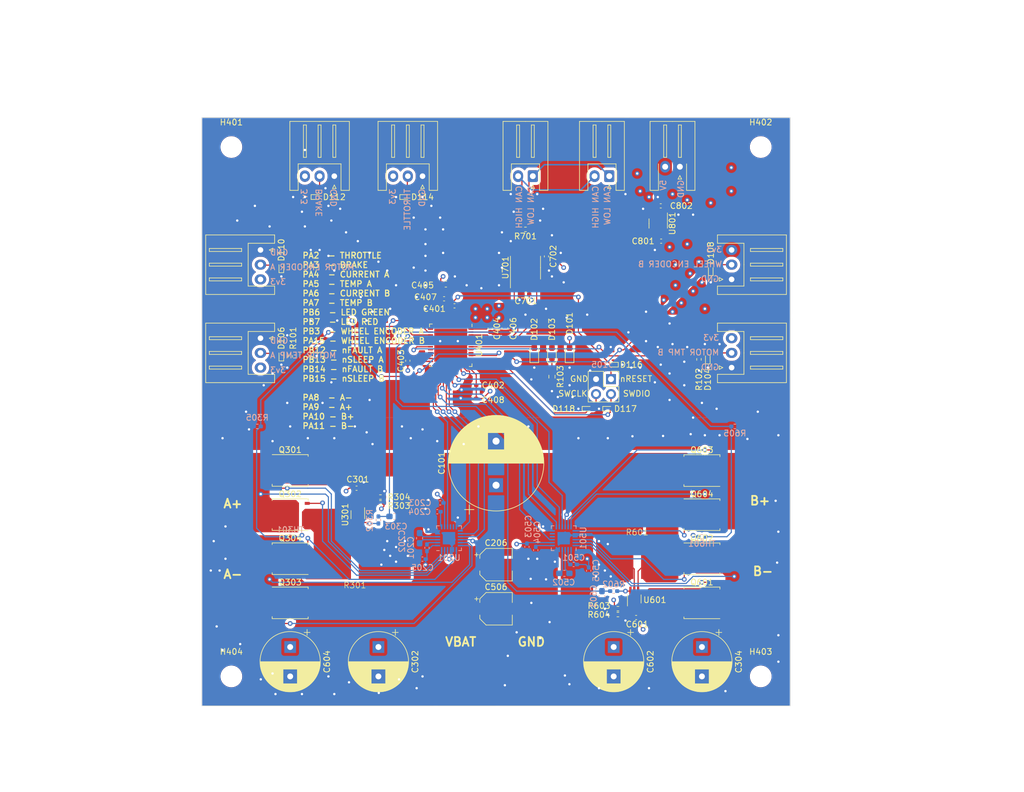
<source format=kicad_pcb>
(kicad_pcb (version 20240108) (generator "pcbnew") (generator_version "8.0")
  (layers (0 "F.Cu" signal) (1 "In1.Cu" signal) (2 "In2.Cu" signal) (31 "B.Cu" signal) (34 "B.Paste" user) (35 "F.Paste" user) (36 "B.SilkS" user "B.Silkscreen") (37 "F.SilkS" user "F.Silkscreen") (38 "B.Mask" user) (39 "F.Mask" user) (44 "Edge.Cuts" user))
  (net 0 "")
  (net 1 "GND")
  (net 2 "/STM32F042/BRAKE")
  (net 3 "+3V3")
  (net 4 "/STM32F042/THROTTLE")
  (net 5 "/STM32F042/MOTOR_TEMP_A")
  (net 6 "/STM32F042/MOTOR_TEMP_B")
  (net 7 "/STM32F042/WHEEL_ENCODER_A")
  (net 8 "/STM32F042/WHEEL_ENCODER_B")
  (net 9 "/DRV8701P-A/GH1")
  (net 10 "/DRV8701P-A/SH1")
  (net 11 "/DRV8701P-A/GL1")
  (net 12 "/Power-A/MOTOR_LOW")
  (net 13 "/DRV8701P-A/GH2")
  (net 14 "/DRV8701P-A/SH2")
  (net 15 "/DRV8701P-A/GL2")
  (net 16 "/DRV8701P-A1/GH1")
  (net 17 "/DRV8701P-A1/SH1")
  (net 18 "/DRV8701P-A1/GL1")
  (net 19 "/Power-A1/MOTOR_LOW")
  (net 20 "/DRV8701P-A1/GH2")
  (net 21 "/DRV8701P-A1/SH2")
  (net 22 "/DRV8701P-A1/GL2")
  (net 23 "/Power-A/CURR")
  (net 24 "/Power-A/TEMP")
  (net 25 "/Power-A1/CURR")
  (net 26 "/Power-A1/TEMP")
  (net 27 "/DRV8701P-A1/nFAULT")
  (net 28 "/DRV8701P-A1/nSLEEP")
  (net 29 "/DRV8701P-A/nFAULT")
  (net 30 "/DRV8701P-A/nSLEEP")
  (net 31 "/DRV8701P-A1/IN1")
  (net 32 "/DRV8701P-A1/IN2")
  (net 33 "/DRV8701P-A/IN1")
  (net 34 "/DRV8701P-A/IN2")
  (net 35 "/STM32F042/SWCLK")
  (net 36 "/STM32F042/LED_GREEN")
  (net 37 "/STM32F042/LED_RED")
  (net 38 "/CAN/RXD")
  (net 39 "/CAN/TXD")
  (net 40 "/Power-A/C")
  (net 41 "/Power-A/VREF")
  (net 42 "/Power-A1/C")
  (net 43 "/Power-A1/VREF")
  (net 44 "+5V")
  (net 45 "/CAN/CANL")
  (net 46 "/CAN/CANH")
  (net 47 "Net-(U201-VCP)")
  (net 48 "Net-(U201-CPH)")
  (net 49 "Net-(U201-CPL)")
  (net 50 "Net-(U501-VCP)")
  (net 51 "Net-(U501-CPH)")
  (net 52 "Net-(U501-CPL)")
  (net 53 "Net-(D103-K)")
  (net 72 "+BATT")
  (net 74 "/STM32F042/SWDIO")
  (net 75 "/STM32F042/nRESET")
  (net 76 "Net-(U201-AVDD)")
  (net 77 "Net-(U501-AVDD)")
  (net 78 "Net-(U201-DVDD)")
  (net 79 "Net-(U501-DVDD)")
  (footprint "Package_TO_SOT_SMD:SOT-23-5" (layer "F.Cu") (at 92.5675 33 -90)
    (property "Reference" "U801")
    (property "Value" "MIC5504-3.3YM5")
  )
  (footprint "Capacitor_SMD:C_0603_1608Metric_Pad1.08x0.95mm_HandSolder" (layer "F.Cu") (at 56.4625 43.3)
    (property "Reference" "C405")
    (property "Value" "4.7u")
  )
  (footprint "Resistor_SMD:R_0402_1005Metric_Pad0.72x0.64mm_HandSolder" (layer "F.Cu") (at 70 34 180)
    (property "Reference" "R701")
    (property "Value" "120")
  )
  (footprint "ESC:Motor_Solder_Pad" (layer "F.Cu") (at 71 109.5)
    (property "Reference" "J102" (hide yes))
    (property "Value" "GND")
  )
  (footprint "Capacitor_THT:CP_Radial_D10.0mm_P5.00mm" (layer "F.Cu") (at 85 105 -90)
    (property "Reference" "C602")
    (property "Value" "220u")
  )
  (footprint "Connector_JST:JST_XH_S3B-XH-A_1x03_P2.50mm_Horizontal" (layer "F.Cu") (at 105.05 57.5 90)
    (property "Reference" "J109" (hide yes))
    (property "Value" "TEMP_CONN_B")
  )
  (footprint "ESC:Motor_Solder_Pad" (layer "F.Cu") (at 109.5 75 90)
    (property "Reference" "J602" (hide yes))
    (property "Value" "MOTOR_A-")
  )
  (footprint "Capacitor_THT:CP_Radial_D10.0mm_P5.00mm" (layer "F.Cu") (at 45 105 -90)
    (property "Reference" "C302")
    (property "Value" "220u")
  )
  (footprint "Capacitor_THT:CP_Radial_D16.0mm_P7.50mm" (layer "F.Cu") (at 65 77.5 90)
    (property "Reference" "C101")
    (property "Value" "680u")
  )
  (footprint "Diode_SMD:D_SOD-923" (layer "F.Cu") (at 84 64.5)
    (property "Reference" "D117")
    (property "Value" "ESD9B5.0ST5G" (hide yes))
  )
  (footprint "Package_TO_SOT_SMD:TDSON-8-1" (layer "F.Cu") (at 100 82.5)
    (property "Reference" "Q604")
    (property "Value" "CSD19533Q5A")
  )
  (footprint "Capacitor_SMD:C_0402_1005Metric_Pad0.74x0.62mm_HandSolder" (layer "F.Cu") (at 56.1675 45.8)
    (property "Reference" "C407")
    (property "Value" "10n")
  )
  (footprint "MountingHole:MountingHole_3.2mm_M3" (layer "F.Cu") (at 20 20)
    (property "Reference" "H401")
    (property "Value" "MountingHole")
  )
  (footprint "Capacitor_SMD:C_0402_1005Metric_Pad0.74x0.62mm_HandSolder" (layer "F.Cu") (at 50 56.3325 90)
    (property "Reference" "C403")
    (property "Value" "0.1u")
  )
  (footprint "MountingHole:MountingHole_3.2mm_M3" (layer "F.Cu") (at 110 110)
    (property "Reference" "H403")
    (property "Value" "MountingHole")
  )
  (footprint "ESC:Motor_Solder_Pad" (layer "F.Cu") (at 20.5 75 -90)
    (property "Reference" "J301" (hide yes))
    (property "Value" "MOTOR_A+")
  )
  (footprint "Package_TO_SOT_SMD:SOT-363_SC-70-6_Handsoldering" (layer "F.Cu") (at 88.5 96.83 90)
    (property "Reference" "U601")
    (property "Value" "INA185A2QDCKRQ1")
  )
  (footprint "Resistor_SMD:R_0402_1005Metric_Pad0.72x0.64mm_HandSolder" (layer "F.Cu") (at 45.35 79.5)
    (property "Reference" "R304")
    (property "Value" "10k")
  )
  (footprint "Connector_JST:JST_XH_S2B-XH-A-1_1x02_P2.50mm_Horizontal" (layer "F.Cu") (at 96.25 23.35 180)
    (property "Reference" "J103" (hide yes))
    (property "Value" "5V_CONN")
  )
  (footprint "Capacitor_SMD:C_0402_1005Metric_Pad0.74x0.62mm_HandSolder" (layer "F.Cu") (at 73.5675 38.5925 -90)
    (property "Reference" "C702")
    (property "Value" "0.1u")
  )
  (footprint "Diode_SMD:D_SOD-923" (layer "F.Cu") (at 28.5 40.5 90)
    (property "Reference" "D110")
    (property "Value" "ESD9B5.0ST5G" (hide yes))
  )
  (footprint "Resistor_SMD:R_0402_1005Metric_Pad0.72x0.64mm_HandSolder" (layer "F.Cu") (at 85.717629 98.480348)
    (property "Reference" "R603")
    (property "Value" "10k")
  )
  (footprint "Capacitor_SMD:C_0402_1005Metric_Pad0.74x0.62mm_HandSolder" (layer "F.Cu") (at 61.0675 60.5 180)
    (property "Reference" "C402")
    (property "Value" "0.1u")
  )
  (footprint "ESC:Shunt_2725" (layer "F.Cu") (at 41 90 180)
    (property "Reference" "R301")
    (property "Value" "0.00025")
  )
  (footprint "Connector_JST:JST_XH_S2B-XH-A_1x02_P2.50mm_Horizontal" (layer "F.Cu") (at 71.25 24.95 180)
    (property "Reference" "J104" (hide yes))
    (property "Value" "CAN_CONN")
  )
  (footprint "ESC:Motor_Solder_Pad" (layer "F.Cu") (at 109.5 97.5 90)
    (property "Reference" "J601" (hide yes))
    (property "Value" "MOTOR_A+")
  )
  (footprint "MountingHole:MountingHole_3.2mm_M3" (layer "F.Cu") (at 110 20)
    (property "Reference" "H402")
    (property "Value" "MountingHole")
  )
  (footprint "Connector_JST:JST_XH_S3B-XH-A_1x03_P2.50mm_Horizontal" (layer "F.Cu") (at 52.5 24.95 180)
    (property "Reference" "J111" (hide yes))
    (property "Value" "THROTTLE_CONN")
  )
  (footprint "ESC:Motor_Solder_Pad" (layer "F.Cu") (at 20.5 97.5 -90)
    (property "Reference" "J302" (hide yes))
    (property "Value" "MOTOR_A-")
  )
  (footprint "Resistor_SMD:R_0402_1005Metric_Pad0.72x0.64mm_HandSolder" (layer "F.Cu") (at 99.5 56.0975 -90)
    (property "Reference" "R102")
    (property "Value" "10k")
  )
  (footprint "Capacitor_SMD:C_0402_1005Metric_Pad0.74x0.62mm_HandSolder" (layer "F.Cu") (at 61.0675 62.75 180)
    (property "Reference" "C408")
    (property "Value" "1u")
  )
  (footprint "ESC:Shunt_2725" (layer "F.Cu") (at 89 90)
    (property "Reference" "R601")
    (property "Value" "0.00025")
  )
  (footprint "LED_SMD:LED_0603_1608Metric_Pad1.05x0.95mm_HandSolder" (layer "F.Cu") (at 77.5 55 90)
    (property "Reference" "D101")
    (property "Value" "BLUE")
  )
  (footprint "Package_SO:SOIC-8-1EP_3.9x4.9mm_P1.27mm_EP2.41x3.3mm" (layer "F.Cu") (at 70 40.5 90)
    (property "Reference" "U701")
    (property "Value" "ATA6561-GAQW-N")
  )
  (footprint "Resistor_SMD:R_0402_1005Metric_Pad0.72x0.64mm_HandSolder" (layer "F.Cu") (at 85.717629 99.480348 180)
    (property "Reference" "R604")
    (property "Value" "10k")
  )
  (footprint "ESC:Motor_Solder_Pad" (layer "F.Cu") (at 59 109.5)
    (property "Reference" "J101" (hide yes))
    (property "Value" "VBAT")
  )
  (footprint "LED_SMD:LED_0603_1608Metric_Pad1.05x0.95mm_HandSolder" (layer "F.Cu") (at 71.5 55 90)
    (property "Reference" "D102")
    (property "Value" "GREEN")
  )
  (footprint "Package_TO_SOT_SMD:TDSON-8-1" (layer "F.Cu") (at 100 75 180)
    (property "Reference" "Q603")
    (property "Value" "CSD19533Q5A")
  )
  (footprint "Capacitor_SMD:CP_Elec_5x5.8" (layer "F.Cu") (at 65 98.5)
    (property "Reference" "C506")
    (property "Value" "10u@50V")
  )
  (footprint "Package_TO_SOT_SMD:TDSON-8-1" (layer "F.Cu") (at 30 74.985)
    (property "Reference" "Q301")
    (property "Value" "CSD19533Q5A")
  )
  (footprint "Diode_SMD:D_SOD-923" (layer "F.Cu") (at 101.5 41 90)
    (property "Reference" "D108")
    (property "Value" "ESD9B5.0ST5G")
  )
  (footprint "Connector_PinHeader_2.54mm:PinHeader_2x02_P2.54mm_Vertical" (layer "F.Cu") (at 84.54 59.46 -90)
    (property "Reference" "J105")
    (property "Value" "SWD_CONN")
  )
  (footprint "Connector_JST:JST_XH_S3B-XH-A_1x03_P2.50mm_Horizontal" (layer "F.Cu") (at 105.05 42.5 90)
    (property "Reference" "J108" (hide yes))
    (property "Value" "ENCODER_CONN_B")
  )
  (footprint "Capacitor_SMD:C_0402_1005Metric_Pad0.74x0.62mm_HandSolder" (layer "F.Cu") (at 57.9325 47)
    (property "Reference" "C401")
    (property "Value" "0.1u")
  )
  (footprint "Resistor_SMD:R_0402_1005Metric_Pad0.72x0.64mm_HandSolder" (layer "F.Cu") (at 30 55.5975 -90)
    (property "Reference" "R101")
    (property "Value" "10k")
  )
  (footprint "Resistor_SMD:R_0402_1005Metric_Pad0.72x0.64mm_HandSolder" (layer "F.Cu") (at 45.35 80.5 180)
    (property "Reference" "R303")
    (property "Value" "10k")
  )
  (footprint "Diode_SMD:D_SOD-923" (layer "F.Cu") (at 28.5 55.5 90)
    (property "Reference" "D106")
    (property "Value" "ESD9B5.0ST5G")
  )
  (footprint "Capacitor_SMD:CP_Elec_5x5.8" (layer "F.Cu") (at 65 91)
    (property "Reference" "C206")
    (property "Value" "10u@50V")
  )
  (footprint "Connector_JST:JST_XH_S2B-XH-A_1x02_P2.50mm_Horizontal" (layer "F.Cu") (at 84.25 24.95 180)
    (property "Reference" "J401" (hide yes))
    (property "Value" "CAN_CONN")
  )
  (footprint "Package_TO_SOT_SMD:TDSON-8-1" (layer "F.Cu") (at 30 89.985 180)
    (property "Reference" "Q304")
    (property "Value" "CSD19533Q5A" (hide yes))
  )
  (footprint "Package_TO_SOT_SMD:TDSON-8-1" (layer "F.Cu") (at 100 90)
    (property "Reference" "Q602")
    (property "Value" "CSD19533Q5A")
  )
  (footprint "Diode_SMD:D_SOD-923" (layer "F.Cu") (at 84.92 57 180)
    (property "Reference" "D116")
    (property "Value" "ESD9B5.0ST5G" (hide yes))
  )
  (footprint "Diode_SMD:D_SOD-923" (layer "F.Cu") (at 49.5 28.5)
    (property "Reference" "D114")
    (property "Value" "ESD9B5.0ST5G" (hide yes))
  )
  (footprint "Diode_SMD:D_SOD-923" (layer "F.Cu") (at 80.5 64.5)
    (property "Reference" "D118")
    (property "Value" "ESD9B5.0ST5G" (hide yes))
  )
  (footprint "Capacitor_SMD:C_0402_1005Metric_Pad0.74x0.62mm_HandSolder" (layer "F.Cu") (at 64 50.8675 -90)
    (property "Reference" "C404")
    (property "Value" "0.1u")
  )
  (footprint "Capacitor_SMD:C_0402_1005Metric_Pad0.74x0.62mm_HandSolder" (layer "F.Cu") (at 93.0675 36 180)
    (property "Reference" "C801")
    (property "Value" "1u")
  )
  (footprint "Capacitor_THT:CP_Radial_D10.0mm_P5.00mm" (layer "F.Cu") (at 30 105 -90)
    (property "Reference" "C604")
    (property "Value" "220u")
  )
  (footprint "Diode_SMD:D_SOD-923" (layer "F.Cu") (at 34.42 28.5)
    (property "Reference" "D112")
    (property "Value" "ESD9B5.0ST5G" (hide yes))
  )
  (footprint "MountingHole:MountingHole_3.2mm_M3" (layer "F.Cu") (at 20 110)
    (property "Reference" "H404")
    (property "Value" "MountingHole")
  )
  (footprint "Capacitor_THT:CP_Radial_D10.0mm_P5.00mm" (layer "F.Cu") (at 100 105 -90)
    (property "Reference" "C304")
    (property "Value" "220u")
  )
  (footprint "Package_TO_SOT_SMD:TDSON-8-1" (layer "F.Cu") (at 100 97.5 180)
    (property "Reference" "Q601")
    (property "Value" "CSD19533Q5A")
  )
  (footprint "Package_DFN_QFN:QFN-48-1EP_7x7mm_P0.5mm_EP5.6x5.6mm" (layer "F.Cu") (at 57.3 53.7 -90)
    (property "Reference" "U401")
    (property "Value" "STM32F042C6Ux" (hide yes))
  )
  (footprint "Diode_SMD:D_SOD-923" (layer "F.Cu") (at 101 56 90)
    (property "Reference" "D104")
    (property "Value" "ESD9B5.0ST5G")
  )
  (footprint "Capacitor_SMD:C_0402_1005Metric_Pad0.74x0.62mm_HandSolder" (layer "F.Cu") (at 93 30 180)
    (property "Reference" "C802")
    (property "Value" "1u")
  )
  (footprint "Package_TO_SOT_SMD:SOT-363_SC-70-6_Handsoldering" (layer "F.Cu") (at 41.5 82.5 -90)
    (property "Reference" "U301")
    (property "Value" "INA185A2QDCKRQ1")
  )
  (footprint "Package_TO_SOT_SMD:TDSON-8-1" (layer "F.Cu") (at 30 82.485 180)
    (property "Reference" "Q302")
    (property "Value" "CSD19533Q5A")
  )
  (footprint "LED_SMD:LED_0603_1608Metric_Pad1.05x0.95mm_HandSolder" (layer "F.Cu") (at 74.5 55 90)
    (property "Reference" "D103")
    (property "Value" "RED")
  )
  (footprint "Connector_JST:JST_XH_S3B-XH-A_1x03_P2.50mm_Horizontal" (layer "F.Cu") (at 24.95 52.5 -90)
    (property "Reference" "J106" (hide yes))
    (property "Value" "TEMP_CONN_A")
  )
  (footprint "Capacitor_SMD:C_0603_1608Metric_Pad1.08x0.95mm_HandSolder" (layer "F.Cu") (at 66.5 50.8675 -90)
    (property "Reference" "C406")
    (property "Value" "4.7u")
  )
  (footprint "Resistor_SMD:R_0603_1608Metric_Pad0.98x0.95mm_HandSolder" (layer "F.Cu") (at 74.5 59.0375 -90)
    (property "Reference" "R103")
    (property "Value" "10")
  )
  (footprint "Capacitor_SMD:C_0402_1005Metric_Pad0.74x0.62mm_HandSolder" (layer "F.Cu") (at 41.2825 78)
    (property "Reference" "C301")
    (property "Value" "0.1u")
  )
  (footprint "Package_TO_SOT_SMD:TDSON-8-1" (layer "F.Cu") (at 30 97.5)
    (property "Reference" "Q303")
    (property "Value" "CSD19533Q5A")
  )
  (footprint "Connector_JST:JST_XH_S3B-XH-A_1x03_P2.50mm_Horizontal" (layer "F.Cu") (at 37.5 24.95 180)
    (property "Reference" "J112" (hide yes))
    (property "Value" "BRAKE_CONN")
  )
  (footprint "Capacitor_SMD:C_0402_1005Metric_Pad0.74x0.62mm_HandSolder" (layer "F.Cu") (at 70.0675 45.025 180)
    (property "Reference" "C701")
    (property "Value" "0.1u")
  )
  (footprint "Capacitor_SMD:C_0402_1005Metric_Pad0.74x0.62mm_HandSolder" (layer "F.Cu") (at 88.815129 99.980348 180)
    (property "Reference" "C601")
    (property "Value" "0.1u")
  )
  (footprint "Connector_JST:JST_XH_S3B-XH-A_1x03_P2.50mm_Horizontal" (layer "F.Cu") (at 24.95 37.5 -90)
    (property "Reference" "J107" (hide yes))
    (property "Value" "ENCODER_CONN_A")
  )
  (footprint "Capacitor_SMD:C_0402_1005Metric_Pad0.74x0.62mm_HandSolder" (layer "B.Cu") (at 55.5 80.5 180)
    (property "Reference" "C203")
    (property "Value" "1u")
  )
  (footprint "Resistor_SMD:R_0402_1005Metric_Pad0.72x0.64mm_HandSolder" (layer "B.Cu") (at 24.4025 67.5 180)
    (property "Reference" "R305")
    (property "Value" "10k")
  )
  (footprint "Resistor_SMD:R_0402_1005Metric_Pad0.72x0.64mm_HandSolder" (layer "B.Cu") (at 45 83.4025 90)
    (property "Reference" "R302")
    (property "Value" "100")
  )
  (footprint "Capacitor_SMD:C_0603_1608Metric_Pad1.08x0.95mm_HandSolder" (layer "B.Cu") (at 76.6125 92.475 180)
    (property "Reference" "C502")
    (property "Value" "0.1u@50V")
  )
  (footprint "Package_DFN_QFN:Texas_S-PVQFN-N24_EP2.1x2.1mm" (layer "B.Cu") (at 76.5 86.5 90)
    (property "Reference" "U501")
    (property "Value" "DRV8701PRGER")
  )
  (footprint "Resistor_SMD:R_0402_1005Metric_Pad0.72x0.64mm_HandSolder" (layer "B.Cu") (at 100 86.25)
    (property "Reference" "TH601")
    (property "Value" "10k")
  )
  (footprint "Capacitor_SMD:C_0402_1005Metric_Pad0.74x0.62mm_HandSolder" (layer "B.Cu") (at 78.1825 90.975 180)
    (property "Reference" "C501")
    (property "Value" "1u")
  )
  (footprint "Capacitor_SMD:C_0402_1005Metric_Pad0.74x0.62mm_HandSolder" (layer "B.Cu") (at 52.4775 90.0625 180)
    (property "Reference" "C205")
    (property "Value" "1u@50V")
  )
  (footprint "Package_DFN_QFN:Texas_S-PVQFN-N24_EP2.1x2.1mm" (layer "B.Cu") (at 57 86.5)
    (property "Reference" "U201")
    (property "Value" "DRV8701PRGER")
  )
  (footprint "Resistor_SMD:R_0402_1005Metric_Pad0.72x0.64mm_HandSolder" (layer "B.Cu") (at 105.5975 67.5)
    (property "Reference" "R605")
    (property "Value" "10k")
  )
  (footprint "Capacitor_SMD:C_0402_1005Metric_Pad0.74x0.62mm_HandSolder" (layer "B.Cu") (at 70.25 87.975 -90)
    (property "Reference" "C503")
    (property "Value" "1u")
  )
  (footprint "Capacitor_SMD:C_0402_1005Metric_Pad0.74x0.62mm_HandSolder" (layer "B.Cu") (at 53.25 88.13 90)
    (property "Reference" "C201")
    (property "Value" "1u")
  )
  (footprint "Capacitor_SMD:C_0603_1608Metric_Pad1.08x0.95mm_HandSolder" (layer "B.Cu") (at 52 86.5 90)
    (property "Reference" "C202")
    (property "Value" "0.1u@50V")
  )
  (footprint "Capacitor_SMD:C_0603_1608Metric_Pad1.08x0.95mm_HandSolder" (layer "B.Cu") (at 47.7375 82.805)
    (property "Reference" "C303")
    (property "Value" "4.7n")
  )
  (footprint "Capacitor_SMD:C_0402_1005Metric_Pad0.74x0.62mm_HandSolder" (layer "B.Cu") (at 80.75 92.0425 -90)
    (property "Reference" "C505")
    (property "Value" "1u@50V")
  )
  (footprint "Capacitor_SMD:C_0402_1005Metric_Pad0.74x0.62mm_HandSolder" (layer "B.Cu") (at 71.75 88.5425 -90)
    (property "Reference" "C504")
    (property "Value" "1u")
  )
  (footprint "Capacitor_SMD:C_0603_1608Metric_Pad1.08x0.95mm_HandSolder" (layer "B.Cu") (at 83 96.3625 -90)
    (property "Reference" "C603")
    (property "Value" "4.7n")
  )
  (footprint "Resistor_SMD:R_0402_1005Metric_Pad0.72x0.64mm_HandSolder" (layer "B.Cu") (at 85 95.5 180)
    (property "Reference" "R602")
    (property "Value" "100")
  )
  (footprint "Capacitor_SMD:C_0402_1005Metric_Pad0.74x0.62mm_HandSolder" (layer "B.Cu") (at 55 82 180)
    (property "Reference" "C204")
    (property "Value" "1u")
  )
  (footprint "Resistor_SMD:R_0402_1005Metric_Pad0.72x0.64mm_HandSolder" (layer "B.Cu") (at 30 86.25 180)
    (property "Reference" "TH301")
    (property "Value" "10k")
  )
  (gr_line (start 115 115) (end 15 115) (stroke (width 0.1)) (layer "Edge.Cuts"))
  (gr_line (start 15 15) (end 115 15) (stroke (width 0.1)) (layer "Edge.Cuts"))
  (gr_line (start 115 15) (end 115 115) (stroke (width 0.1)) (layer "Edge.Cuts"))
  (gr_line (start 15 115) (end 15 15) (stroke (width 0.1)) (layer "Edge.Cuts"))
  (gr_text "CAN LOW" (at 84.5 26.5 90) (layer "B.SilkS") (effects (font (size 1 1)) (justify left bottom mirror)))
  (gr_text "GND" (at 103 58 0) (layer "B.SilkS") (effects (font (size 1 1)) (justify left bottom mirror)))
  (gr_text "3v3\n" (at 103.5 38 0) (layer "B.SilkS") (effects (font (size 1 1)) (justify left bottom mirror)))
  (gr_text "MOTOR ENCODER A" (at 26.5 41 0) (layer "B.SilkS") (effects (font (size 1 1)) (justify right bottom mirror)))
  (gr_text "GND" (at 103 43 0) (layer "B.SilkS") (effects (font (size 1 1)) (justify left bottom mirror)))
  (gr_text "3v3\n" (at 26.5 58.5 0) (layer "B.SilkS") (effects (font (size 1 1)) (justify right bottom mirror)))
  (gr_text "CAN HIGH\n" (at 69.5 26.5 90) (layer "B.SilkS") (effects (font (size 1 1)) (justify left bottom mirror)))
  (gr_text "CAN LOW" (at 71.5 26.5 90) (layer "B.SilkS") (effects (font (size 1 1)) (justify left bottom mirror)))
  (gr_text "3v3\n" (at 48 27 90) (layer "B.SilkS") (effects (font (size 1 1)) (justify left bottom mirror)))
  (gr_text "GND" (at 26.5 38.5 0) (layer "B.SilkS") (effects (font (size 1 1)) (justify right bottom mirror)))
  (gr_text "MOTOR TEMP A\n" (at 26.5 56 0) (layer "B.SilkS") (effects (font (size 1 1)) (justify right bottom mirror)))
  (gr_text "CAN HIGH\n" (at 82.5 26.5 90) (layer "B.SilkS") (effects (font (size 1 1)) (justify left bottom mirror)))
  (gr_text "3v3\n" (at 103 53 0) (layer "B.SilkS") (effects (font (size 1 1)) (justify left bottom mirror)))
  (gr_text "3v3\n" (at 33 27 90) (layer "B.SilkS") (effects (font (size 1 1)) (justify left bottom mirror)))
  (gr_text "WHEEL ENCODER B\n" (at 103.5 40.5 0) (layer "B.SilkS") (effects (font (size 1 1)) (justify left bottom mirror)))
  (gr_text "GND\n" (at 26.5 53.5 0) (layer "B.SilkS") (effects (font (size 1 1)) (justify right bottom mirror)))
  (gr_text "GND\n" (at 53 27 90) (layer "B.SilkS") (effects (font (size 1 1)) (justify left bottom mirror)))
  (gr_text "GND" (at 38 27 90) (layer "B.SilkS") (effects (font (size 1 1)) (justify left bottom mirror)))
  (gr_text "5V" (at 94 25.5 90) (layer "B.SilkS") (effects (font (size 1 1)) (justify left bottom mirror)))
  (gr_text "BRAKE" (at 35.5 27 90) (layer "B.SilkS") (effects (font (size 1 1)) (justify left bottom mirror)))
  (gr_text "MOTOR TMP B" (at 103 55.5 0) (layer "B.SilkS") (effects (font (size 1 1)) (justify left bottom mirror)))
  (gr_text "GND\n" (at 97 25.5 90) (layer "B.SilkS") (effects (font (size 1 1)) (justify left bottom mirror)))
  (gr_text "3v3\n" (at 26.5 43.5 0) (layer "B.SilkS") (effects (font (size 1 1)) (justify right bottom mirror)))
  (gr_text "THROTTLE\n" (at 50.5 27 90) (layer "B.SilkS") (effects (font (size 1 1)) (justify left bottom mirror)))
  (gr_text "GND" (at 71 105 0) (layer "F.SilkS") (effects (font (size 1.5 1.5) (thickness 0.3) (bold yes)) (justify bottom)))
  (gr_text "nRESET\n" (at 86 60 0) (layer "F.SilkS") (effects (font (size 1 1)) (justify left bottom)))
  (gr_text "PA2  - THROTTLE\nPA3  - BRAKE\nPA4  - CURRENT A\nPA5  - TEMP A\nPA6  - CURRENT B\nPA7  - TEMP B\nPB6  - LED GREEN\nPB7  - LED RED\nPB3  - WHEEL ENCODER A\nPA15 - WHEEL ENCODER B\nPB12 - nFAULT A\nPB13 - nSLEEP A\nPB14 - nFAULT B\nPB15 - nSLEEP B\n\nPA8  - A-\nPA9  - A+\nPA10 - B+\nPA11 - B-" (at 32 68 0) (layer "F.SilkS") (effects (font (size 1 1) (thickness 0.1875)) (justify left bottom)))
  (gr_text "A+" (at 18.5 81.5 0) (layer "F.SilkS") (effects (font (size 1.5 1.5) (thickness 0.3) (bold yes)) (justify left bottom)))
  (gr_text "B+" (at 108 81 0) (layer "F.SilkS") (effects (font (size 1.5 1.5) (thickness 0.3) (bold yes)) (justify left bottom)))
  (gr_text "B-\n" (at 108.5 93 0) (layer "F.SilkS") (effects (font (size 1.5 1.5) (thickness 0.3) (bold yes)) (justify left bottom)))
  (gr_text "VBAT" (at 59 105 0) (layer "F.SilkS") (effects (font (size 1.5 1.5) (thickness 0.3) (bold yes)) (justify bottom)))
  (gr_text "SWDIO\n" (at 86.5 62.5 0) (layer "F.SilkS") (effects (font (size 1 1)) (justify left bottom)))
  (gr_text "A-\n" (at 18.5 93.5 0) (layer "F.SilkS") (effects (font (size 1.5 1.5) (thickness 0.3) (bold yes)) (justify left bottom)))
  (gr_text "GND" (at 77.5 60 0) (layer "F.SilkS") (effects (font (size 1 1)) (justify left bottom)))
  (gr_text "SWCLK" (at 75.5 62.5 0) (layer "F.SilkS") (effects (font (size 1 1)) (justify left bottom)))
  (segment (start 69.5 45.5) (end 69 46) (width 0.2) (layer "F.Cu") (net 1))
  (segment (start 92.4325 30) (end 92.5675 30.135) (width 0.7) (layer "F.Cu") (net 1))
  (segment (start 88.5 91.75) (end 88.5 95.5) (width 0.2) (layer "F.Cu") (net 1))
  (segment (start 64 51.435) (end 66.205 51.435) (width 0.2) (layer "F.Cu") (net 1))
  (segment (start 88.247629 99.980348) (end 87.519652 99.980348) (width 0.2) (layer "F.Cu") (net 1))
  (segment (start 92.5675 30.135) (end 92.5675 31.8625) (width 0.7) (layer "F.Cu") (net 1))
  (segment (start 74.5 59.95) (end 74.5 61.5) (width 0.2) (layer "F.Cu") (net 1))
  (segment (start 99.5 56.695) (end 99.5 58) (width 0.2) (layer "F.Cu") (net 1))
  (segment (start 69.5 45.025) (end 69.5 45.5) (width 0.2) (layer "F.Cu") (net 1))
  (segment (start 60.5 58.153186) (end 60.423407 58.076593) (width 0.2) (layer "F.Cu") (net 1))
  (segment (start 57.325 42.675) (end 58 42) (width 0.2) (layer "F.Cu") (net 1))
  (segment (start 85.120129 99.480348) (end 84.019652 99.480348) (width 0.2) (layer "F.Cu") (net 1))
  (segment (start 92.5 37) (end 92 37.5) (width 0.7) (layer "F.Cu") (net 1))
  (segment (start 69.5 43.11) (end 69.365 42.975) (width 0.2) (layer "F.Cu") (net 1))
  (segment (start 66.5 51.73) (end 67.037657 51.73) (width 0.2) (layer "F.Cu") (net 1))
  (segment (start 56.735 43.89) (end 57.325 43.3) (width 0.2) (layer "F.Cu") (net 1))
  (segment (start 80.08 64.5) (end 79 64.5) (width 0.2) (layer "F.Cu") (net 1))
  (segment (start 60.423407 58.076593) (end 60.038939 58.076593) (width 0.2) (layer "F.Cu") (net 1))
  (segment (start 30 56.195) (end 30 57) (width 0.2) (layer "F.Cu") (net 1))
  (segment (start 83.58 64.5) (end 82.5 64.5) (width 0.2) (layer "F.Cu") (net 1))
  (segment (start 49.4645 55.765) (end 48.6995 55) (width 0.2) (layer "F.Cu") (net 1))
  (segment (start 30 57) (end 29.5 57.5) (width 0.2) (layer "F.Cu") (net 1))
  (segment (start 41.5 83.83) (end 41.5 88.25) (width 0.2) (layer "F.Cu") (net 1))
  (segment (start 60.5 60.5) (end 60.5 58.153186) (width 0.2) (layer "F.Cu") (net 1))
  (segment (start 59.885 60.5) (end 59.135 61.25) (width 0.2) (layer "F.Cu") (net 1))
  (segment (start 56.735 45.8) (end 56.735 43.89) (width 0.2) (layer "F.Cu") (net 1))
  (segment (start 92.5 36) (end 92.5 37) (width 0.7) (layer "F.Cu") (net 1))
  (segment (start 57.325 43.3) (end 57.325 42.675) (width 0.2) (layer "F.Cu") (net 1))
  (segment (start 41.5 88.25) (end 43.25 90) (width 0.2) (layer "F.Cu") (net 1))
  (segment (start 92.4325 28.5675) (end 92.5 28.5) (width 0.2) (layer "F.Cu") (net 1))
  (segment (start 68.095 38.025) (end 68.095 36.595) (width 0.2) (layer "F.Cu") (net 1))
  (segment (start 50 55.765) (end 50.185 55.95) (width 0.2) (layer "F.Cu") (net 1))
  (segment (start 41.5 78.35) (end 41.5 81.17) (width 0.2) (layer "F.Cu") (net 1))
  (segment (start 28.5 40.92) (end 28.5 42) (width 0.2) (layer "F.Cu") (net 1))
  (segment (start 49.08 28.5) (end 48 28.5) (width 0.2) (layer "F.Cu") (net 1))
  (segment (start 68.095 36.595) (end 67.5 36) (width 0.2) (layer "F.Cu") (net 1))
  (segment (start 63.985 51.45) (end 64 51.435) (width 0.2) (layer "F.Cu") (net 1))
  (segment (start 88.5 98.16) (end 88.5 99.727977) (width 0.2) (layer "F.Cu") (net 1))
  (segment (start 41.85 77.65) (end 42.5 77) (width 0.2) (layer "F.Cu") (net 1))
  (segment (start 87.519652 99.980348) (end 87 100.5) (width 0.2) (layer "F.Cu") (net 1))
  (segment (start 101 56.42) (end 101 57.5) (width 0.2) (layer "F.Cu") (net 1))
  (segment (start 67.037657 51.73) (end 68 50.767657) (width 0.2) (layer "F.Cu") (net 1))
  (segment (start 85.34 57) (end 86.5 57) (width 0.2) (layer "F.Cu") (net 1))
  (segment (start 86.75 90) (end 88.5 91.75) (width 0.2) (layer "F.Cu") (net 1))
  (segment (start 50 55.765) (end 49.4645 55.765) (width 0.2) (layer "F.Cu") (net 1))
  (segment (start 41.85 78) (end 41.85 77.65) (width 0.2) (layer "F.Cu") (net 1))
  (segment (start 66.205 51.435) (end 66.5 51.73) (width 0.2) (layer "F.Cu") (net 1))
  (segment (start 50.185 55.95) (end 53.8625 55.95) (width 0.2) (layer "F.Cu") (net 1))
  (segment (start 28.5 55.92) (end 28.5 57) (width 0.2) (layer "F.Cu") (net 1))
  (segment (start 77.5 55.875) (end 77.5 57.5) (width 0.2) (layer "F.Cu") (net 1))
  (segment (start 34 28.5) (end 32.5 28.5) (width 0.2) (layer "F.Cu") (net 1))
  (segment (start 56.55 45.985) (end 56.735 45.8) (width 0.2) (layer "F.Cu") (net 1))
  (segment (start 41.85 78) (end 41.5 78.35) (width 0.2) (layer "F.Cu") (net 1))
  (segment (start 56.55 50.2625) (end 56.55 45.985) (width 0.2) (layer "F.Cu") (net 1))
  (segment (start 59.55 57.587654) (end 59.55 57.1375) (width 0.2) (layer "F.Cu") (net 1))
  (segment (start 88.5 99.727977) (end 88.247629 99.980348) (width 0.2) (layer "F.Cu") (net 1))
  (segment (start 84.019652 99.480348) (end 84 99.5) (width 0.2) (layer "F.Cu") (net 1))
  (segment (start 92.4325 30) (end 92.4325 28.5675) (width 0.2) (layer "F.Cu") (net 1))
  (segment (start 60.5 60.5) (end 59.885 60.5) (width 0.2) (layer "F.Cu") (net 1))
  (segment (start 101.5 41.42) (end 101.5 43) (width 0.2) (layer "F.Cu") (net 1))
  (segment (start 69.5 45.025) (end 69.5 43.11) (width 0.2) (layer "F.Cu") (net 1))
  (segment (start 45.9475 79.5) (end 45.9475 78.5525) (width 0.2) (layer "F.Cu") (net 1))
  (segment (start 60.038939 58.076593) (end 59.55 57.587654) (width 0.2) (layer "F.Cu") (net 1))
  (segment (start 73.5675 39.16) (end 73.5675 40.5675) (width 0.2) (layer "F.Cu") (net 1))
  (segment (start 73.5675 40.5675) (end 74 41) (width 0.2) (layer "F.Cu") (net 1))
  (segment (start 60.5 60.5) (end 60.5 62.75) (width 0.2) (layer "F.Cu") (net 1))
  (segment (start 59.0505 62.75) (end 59 62.6995) (width 0.2) (layer "F.Cu") (net 1))
  (segment (start 71.5 55.875) (end 71.5 57.5) (width 0.2) (layer "F.Cu") (net 1))
  (segment (start 60.7375 51.45) (end 63.985 51.45) (width 0.2) (layer "F.Cu") (net 1))
  (segment (start 60.5 62.75) (end 59.0505 62.75) (width 0.2) (layer "F.Cu") (net 1))
  (segment (start 45.9475 78.5525) (end 46 78.5) (width 0.2) (layer "F.Cu") (net 1))
  (via (at 88 57.5) (size 0.8) (drill 0.4) (layers "F.Cu" "B.Cu") (net 1))
  (via (at 40 111) (size 0.8) (drill 0.4) (layers "F.Cu" "B.Cu") (net 1))
  (via (at 37 32.5) (size 0.8) (drill 0.4) (layers "F.Cu" "B.Cu") (net 1))
  (via (at 79 69.5) (size 0.8) (drill 0.4) (layers "F.Cu" "B.Cu") (net 1))
  (via (at 94.5 63) (size 0.8) (drill 0.4) (layers "F.Cu" "B.Cu") (net 1))
  (via (at 46 78.5) (size 0.8) (drill 0.4) (layers "F.Cu" "B.Cu") (net 1))
  (via (at 92.5 54) (size 0.8) (drill 0.4) (layers "F.Cu" "B.Cu") (net 1))
  (via (at 98.5 66) (size 0.8) (drill 0.4) (layers "F.Cu" "B.Cu") (net 1))
  (via (at 37.5 41) (size 0.8) (drill 0.4) (layers "F.Cu" "B.Cu") (net 1))
  (via (at 44 48) (size 0.8) (drill 0.4) (layers "F.Cu" "B.Cu") (net 1))
  (via (at 32 113) (size 0.8) (drill 0.4) (layers "F.Cu" "B.Cu") (net 1))
  (via (at 25.5 60.5) (size 0.8) (drill 0.4) (layers "F.Cu" "B.Cu") (net 1))
  (via (at 53 47.5) (size 0.8) (drill 0.4) (layers "F.Cu" "B.Cu") (net 1))
  (via (at 36.5 110) (size 0.8) (drill 0.4) (layers "F.Cu" "B.Cu") (net 1))
  (via (at 61.027464 86.972536) (size 0.8) (drill 0.4) (layers "F.Cu" "B.Cu") (net 1))
  (via (at 82.5 87) (size 0.8) (drill 0.4) (layers "F.Cu" "B.Cu") (net 1))
  (via (at 90 30.5) (size 0.8) (drill 0.4) (layers "F.Cu" "B.Cu") (net 1))
  (via (at 47 89.5) (size 0.8) (drill 0.4) (layers "F.Cu" "B.Cu") (net 1))
  (via (at 73.5 47.5) (size 0.8) (drill 0.4) (layers "F.Cu" "B.Cu") (net 1))
  (via (at 104 112.5) (size 0.8) (drill 0.4) (layers "F.Cu" "B.Cu") (net 1))
  (via (at 36 27) (size 0.8) (drill 0.4) (layers "F.Cu" "B.Cu") (net 1))
  (via (at 23 68) (size 0.8) (drill 0.4) (layers "F.Cu" "B.Cu") (net 1))
  (via (at 84 99.5) (size 0.8) (drill 0.4) (layers "F.Cu" "B.Cu") (net 1))
  (via (at 38.5 30.5) (size 0.8) (drill 0.4) (layers "F.Cu" "B.Cu") (net 1))
  (via (at 72 28) (size 0.8) (drill 0.4) (layers "F.Cu" "B.Cu") (net 1))
  (via (at 27 109.5) (size 0.8) (drill 0.4) (layers "F.Cu" "B.Cu") (net 1))
  (via (at 113 103) (size 0.8) (drill 0.4) (layers "F.Cu" "B.Cu") (net 1))
  (via (at 41.5 36) (size 0.8) (drill 0.4) (layers "F.Cu" "B.Cu") (net 1))
  (via (at 88.188689 69.170815) (size 0.8) (drill 0.4) (layers "F.Cu" "B.Cu") (net 1))
  (via (at 45 39.5) (size 0.8) (drill 0.4) (layers "F.Cu" "B.Cu") (net 1))
  (via (at 101.5 43) (size 0.8) (drill 0.4) (layers "F.Cu" "B.Cu") (net 1))
  (via (at 65.5 38) (size 0.8) (drill 0.4) (layers "F.Cu" "B.Cu") (net 1))
  (via (at 70 48.5) (size 0.8) (drill 0.4) (layers "F.Cu" "B.Cu") (net 1))
  (via (at 86.5 57) (size 0.8) (drill 0.4) (layers "F.Cu" "B.Cu") (net 1))
  (via (at 77.5 60.5) (size 0.8) (drill 0.4) (layers "F.Cu" "B.Cu") (net 1))
  (via (at 99.5 58) (size 0.8) (drill 0.4) (layers "F.Cu" "B.Cu") (net 1))
  (via (at 29.5 57.5) (size 0.8) (drill 0.4) (layers "F.Cu" "B.Cu") (net 1))
  (via (at 51.5 45.5) (size 0.8) (drill 0.4) (layers "F.Cu" "B.Cu") (net 1))
  (via (at 74.5 35) (size 0.8) (drill 0.4) (layers "F.Cu" "B.Cu") (net 1))
  (via (at 84 87.5) (size 0.8) (drill 0.4) (layers "F.Cu" "B.Cu") (net 1))
  (via (at 73 30.5) (size 0.8) (drill 0.4) (layers "F.Cu" "B.Cu") (net 1))
  (via (at 60 43.5) (size 0.8) (drill 0.4) (layers "F.Cu" "B.Cu") (net 1))
  (via (at 43.5 38) (size 0.8) (drill 0.4) (layers "F.Cu" "B.Cu") (net 1))
  (via (at 32.5 28.5) (size 0.8) (drill 0.4) (layers "F.Cu" "B.Cu") (net 1))
  (via (at 36.5 30) (size 0.8) (drill 0.4) (layers "F.Cu" "B.Cu") (net 1))
  (via (at 90.5 53) (size 0.8) (drill 0.4) (layers "F.Cu" "B.Cu") (net 1))
  (via (at 27.5 113) (size 0.8) (drill 0.4) (layers "F.Cu" "B.Cu") (net 1))
  (via (at 46.5 87) (size 0.8) (drill 0.4) (layers "F.Cu" "B.Cu") (net 1))
  (via (at 70.5 67.5) (size 0.8) (drill 0.4) (layers "F.Cu" "B.Cu") (net 1))
  (via (at 29.5 63.5) (size 0.8) (drill 0.4) (layers "F.Cu" "B.Cu") (net 1))
  (via (at 82.5 64.5) (size 0.8) (drill 0.4) (layers "F.Cu" "B.Cu") (net 1))
  (via (at 45.5 91) (size 0.8) (drill 0.4) (layers "F.Cu" "B.Cu") (net 1))
  (via (at 58 42) (size 0.8) (drill 0.4) (layers "F.Cu" "B.Cu") (net 1))
  (via (at 74.102823 100.761944) (size 0.8) (drill 0.4) (layers "F.Cu" "B.Cu") (net 1))
  (via (at 65.5 43.5) (size 0.8) (drill 0.4) (layers "F.Cu" "B.Cu") (net 1))
  (via (at 92 37.5) (size 0.8) (drill 0.4) (layers "F.Cu" "B.Cu") (net 1))
  (via (at 51.5 112) (size 0.8) (drill 0.4) (layers "F.Cu" "B.Cu") (net 1))
  (via (at 97 56.5) (size 0.8) (drill 0.4) (layers "F.Cu" "B.Cu") (net 1))
  (via (at 52.5 28.5) (size 0.8) (drill 0.4) (layers "F.Cu" "B.Cu") (net 1))
  (via (at 100 63.5) (size 0.8) (drill 0.4) (layers "F.Cu" "B.Cu") (net 1))
  (via (at 35 37.5) (size 0.8) (drill 0.4) (layers "F.Cu" "B.Cu") (net 1))
  (via (at 46.5 41) (size 0.8) (drill 0.4) (layers "F.Cu" "B.Cu") (net 1))
  (via (at 37.5 113) (size 0.8) (drill 0.4) (layers "F.Cu" "B.Cu") (net 1))
  (via (at 28.5 42) (size 0.8) (drill 0.4) (layers "F.Cu" "B.Cu") (net 1))
  (via (at 52.5 110) (size 0.8) (drill 0.4) (layers "F.Cu" "B.Cu") (net 1))
  (via (at 24 30) (size 0.8) (drill 0.4) (layers "F.Cu" "B.Cu") (net 1))
  (via (at 54 30) (size 0.8) (drill 0.4) (layers "F.Cu" "B.Cu") (net 1))
  (via (at 43.5 63) (size 0.8) (drill 0.4) (layers "F.Cu" "B.Cu") (net 1))
  (via (at 95 53.5) (size 0.8) (drill 0.4) (layers "F.Cu" "B.Cu") (net 1))
  (via (at 113 107.5) (size 0.8) (drill 0.4) (layers "F.Cu" "B.Cu") (net 1))
  (via (at 72.5 32.5) (size 0.8) (drill 0.4) (layers "F.Cu" "B.Cu") (net 1))
  (via (at 51 32) (size 0.8) (drill 0.4) (layers "F.Cu" "B.Cu") (net 1))
  (via (at 66.5 111.5) (size 0.8) (drill 0.4) (layers "F.Cu" "B.Cu") (net 1))
  (via (at 87.5 51.5) (size 0.8) (drill 0.4) (layers "F.Cu" "B.Cu") (net 1))
  (via (at 96 31.5) (size 0.8) (drill 0.4) (layers "F.Cu" "B.Cu") (net 1))
  (via (at 113 69) (size 0.8) (drill 0.4) (layers "F.Cu" "B.Cu") (net 1))
  (via (at 21 32.5) (size 0.8) (drill 0.4) (layers "F.Cu" "B.Cu") (net 1))
  (via (at 62.5 44) (size 0.8) (drill 0.4) (layers "F.Cu" "B.Cu") (net 1))
  (via (at 18.5 105.5) (size 0.8) (drill 0.4) (layers "F.Cu" "B.Cu") (net 1))
  (via (at 42.5 77) (size 0.8) (drill 0.4) (layers "F.Cu" "B.Cu") (net 1))
  (via (at 77 82.5) (size 0.8) (drill 0.4) (layers "F.Cu" "B.Cu") (net 1))
  (via (at 100.5 53.5) (size 0.8) (drill 0.4) (layers "F.Cu" "B.Cu") (net 1))
  (via (at 74 41) (size 0.8) (drill 0.4) (layers "F.Cu" "B.Cu") (net 1))
  (via (at 70.887571 93.412796) (size 0.8) (drill 0.4) (layers "F.Cu" "B.Cu") (net 1))
  (via (at 39.5 34.5) (size 0.8) (drill 0.4) (layers "F.Cu" "B.Cu") (net 1))
  (via (at 77 49) (size 0.8) (drill 0.4) (layers "F.Cu" "B.Cu") (net 1))
  (via (at 94.5 58.5) (size 0.8) (drill 0.4) (layers "F.Cu" "B.Cu") (net 1))
  (via (at 68.5 102.5) (size 0.8) (drill 0.4) (layers "F.Cu" "B.Cu") (net 1))
  (via (at 82.5 91) (size 0.8) (drill 0.4) (layers "F.Cu" "B.Cu") (net 1))
  (via (at 92.5 28.5) (size 0.8) (drill 0.4) (layers "F.Cu" "B.Cu") (net 1))
  (via (at 30.5 28.5) (size 0.8) (drill 0.4) (layers "F.Cu" "B.Cu") (net 1))
  (via (at 80.5 48.5) (size 0.8) (drill 0.4) (layers "F.Cu" "B.Cu") (net 1))
  (via (at 53 34) (size 0.8) (drill 0.4) (layers "F.Cu" "B.Cu") (net 1))
  (via (at 59.135 61.25) (size 0.8) (drill 0.4) (layers "F.Cu" "B.Cu") (net 1))
  (via (at 33.5 49.5) (size 0.8) (drill 0.4) (layers "F.Cu" "B.Cu") (net 1))
  (via (at 50 89.5) (size 0.8) (drill 0.4) (layers "F.Cu" "B.Cu") (net 1))
  (via (at 58.5 83) (size 0.8) (drill 0.4) (layers "F.Cu" "B.Cu") (net 1))
  (via (at 48 88) (size 0.8) (drill 0.4) (layers "F.Cu" "B.Cu") (net 1))
  (via (at 46 88.5) (size 0.8) (drill 0.4) (layers "F.Cu" "B.Cu") (net 1))
  (via (at 18.5 69.5) (size 0.8) (drill 0.4) (layers "F.Cu" "B.Cu") (net 1))
  (via (at 97 60.5) (size 0.8) (drill 0.4) (layers "F.Cu" "B.Cu") (net 1))
  (via (at 38 49.5) (size 0.8) (drill 0.4) (layers "F.Cu" "B.Cu") (net 1))
  (via (at 102.5 64.5) (size 0.8) (drill 0.4) (layers "F.Cu" "B.Cu") (net 1))
  (via (at 72.5 103.5) (size 0.8) (drill 0.4) (layers "F.Cu" "B.Cu") (net 1))
  (via (at 33.5 37.5) (size 0.8) (drill 0.4) (layers "F.Cu" "B.Cu") (net 1))
  (via (at 68 31) (size 0.8) (drill 0.4) (layers "F.Cu" "B.Cu") (net 1))
  (via (at 100.5 69) (size 0.8) (drill 0.4) (layers "F.Cu" "B.Cu") (net 1))
  (via (at 62 67.5) (size 0.8) (drill 0.4) (layers "F.Cu" "B.Cu") (net 1))
  (via (at 48.5 110.5) (size 0.8) (drill 0.4) (layers "F.Cu" "B.Cu") (net 1))
  (via (at 91 112) (size 0.8) (drill 0.4) (layers "F.Cu" "B.Cu") (net 1))
  (via (at 98.089625 68.813565) (size 0.8) (drill 0.4) (layers "F.Cu" "B.Cu") (net 1))
  (via (at 98.5 31.5) (size 0.8) (drill 0.4) (layers "F.Cu" "B.Cu") (net 1))
  (via (at 21.5 104.5) (size 0.8) (drill 0.4) (layers "F.Cu" "B.Cu") (net 1))
  (via (at 52.5 68) (size 0.8) (drill 0.4) (layers "F.Cu" "B.Cu") (net 1))
  (via (at 56 38) (size 0.8) (drill 0.4) (layers "F.Cu" "B.Cu") (net 1))
  (via (at 69 46) (size 0.8) (drill 0.4) (layers "F.Cu" "B.Cu") (net 1))
  (via (at 89.5 57.5) (size 0.8) (drill 0.4) (layers "F.Cu" "B.Cu") (net 1))
  (via (at 71 59.5) (size 0.8) (drill 0.4) (layers "F.Cu" "B.Cu") (net 1))
  (via (at 53.5 85) (size 0.8) (drill 0.4) (layers "F.Cu" "B.Cu") (net 1))
  (via (at 92 60) (size 0.8) (drill 0.4) (layers "F.Cu" "B.Cu") (net 1))
  (via (at 34.5 55.5) (size 0.8) (drill 0.4) (layers "F.Cu" "B.Cu") (net 1))
  (via (at 49.5 87) (size 0.8) (drill 0.4) (layers "F.Cu" "B.Cu") (net 1))
  (via (at 53 38.5) (size 0.8) (drill 0.4) (layers "F.Cu" "B.Cu") (net 1))
  (via (at 94.5 50) (size 0.8) (drill 0.4) (layers "F.Cu" "B.Cu") (net 1))
  (via (at 109.5 65) (size 0.8) (drill 0.4) (layers "F.Cu" "B.Cu") (net 1))
  (via (at 79 64.5) (size 0.8) (drill 0.4) (layers "F.Cu" "B.Cu") (net 1))
  (via (at 87 100.5) (size 0.8) (drill 0.4) (layers "F.Cu" "B.Cu") (net 1))
  (via (at 43 49.5) (size 0.8) (drill 0.4) (layers "F.Cu" "B.Cu") (net 1))
  (via (at 84.5 54) (size 0.8) (drill 0.4) (layers "F.Cu" "B.Cu") (net 1))
  (via (at 16.5 92) (size 0.8) (drill 0.4) (layers "F.Cu" "B.Cu") (net 1))
  (via (at 107.735381 69.630137) (size 0.8) (drill 0.4) (layers "F.Cu" "B.Cu") (net 1))
  (via (at 56 34) (size 0.8) (drill 0.4) (layers "F.Cu" "B.Cu") (net 1))
  (via (at 48.6995 55) (size 0.8) (drill 0.4) (layers "F.Cu" "B.Cu") (net 1))
  (via (at 84.5 93) (size 0.8) (drill 0.4) (layers "F.Cu" "B.Cu") (net 1))
  (via (at 67.5 28) (size 0.8) (drill 0.4) (layers "F.Cu" "B.Cu") (net 1))
  (via (at 66 34.5) (size 0.8) (drill 0.4) (layers "F.Cu" "B.Cu") (net 1))
  (via (at 53 36.5) (size 0.8) (drill 0.4) (layers "F.Cu" "B.Cu") (net 1))
  (via (at 19 90) (size 0.8) (drill 0.4) (layers "F.Cu" "B.Cu") (net 1))
  (via (at 53.5 80) (size 0.8) (drill 0.4) (layers "F.Cu" "B.Cu") (net 1))
  (via (at 75 90.5) (size 0.8) (drill 0.4) (layers "F.Cu" "B.Cu") (net 1))
  (via (at 87 28) (size 0.8) (drill 0.4) (layers "F.Cu" "B.Cu") (net 1))
  (via (at 19 84.5) (size 0.8) (drill 0.4) (layers "F.Cu" "B.Cu") (net 1))
  (via (at 57.055282 90.055282) (size 0.8) (drill 0.4) (layers "F.Cu" "B.Cu") (net 1))
  (via (at 36.5 38.5) (size 0.8) (drill 0.4) (layers "F.Cu" "B.Cu") (net 1))
  (via (at 55.5 53) (size 0.8) (drill 0.4) (layers "F.Cu" "B.Cu") (net 1))
  (via (at 73 84.5) (size 0.8) (drill 0.4) (layers "F.Cu" "B.Cu") (net 1))
  (via (at 43 68.5) (size 0.8) (drill 0.4) (layers "F.Cu" "B.Cu") (net 1))
  (via (at 90.5 48) (size 0.8) (drill 0.4) (layers "F.Cu" "B.Cu") (net 1))
  (via (at 47 47.5) (size 0.8) (drill 0.4) (layers "F.Cu" "B.Cu") (net 1))
  (via (at 103 69) (size 0.8) (drill 0.4) (layers "F.Cu" "B.Cu") (net 1))
  (via (at 66 40.5) (size 0.8) (drill 0.4) (layers "F.Cu" "B.Cu") (net 1))
  (via (at 51 40.5) (size 0.8) (drill 0.4) (layers "F.Cu" "B.Cu") (net 1))
  (via (at 77.5 57.5) (size 0.8) (drill 0.4) (layers "F.Cu" "B.Cu") (net 1))
  (via (at 97.5 54) (size 0.8) (drill 0.4) (layers "F.Cu" "B.Cu") (net 1))
  (via (at 53 41) (size 0.8) (drill 0.4) (layers "F.Cu" "B.Cu") (net 1))
  (via (at 55.5 32) (size 0.8) (drill 0.4) (layers "F.Cu" "B.Cu") (net 1))
  (via (at 75.5 62.5) (size 0.8) (drill 0.4) (layers "F.Cu" "B.Cu") (net 1))
  (via (at 82.5 112) (size 0.8) (drill 0.4) (layers "F.Cu" "B.Cu") (net 1))
  (via (at 58.5 53) (size 0.8) (drill 0.4) (layers "F.Cu" "B.Cu") (net 1))
  (via (at 42 45.5) (size 0.8) (drill 0.4) (layers "F.Cu" "B.Cu") (net 1))
  (via (at 27 70) (size 0.8) (drill 0.4) (layers "F.Cu" "B.Cu") (net 1))
  (via (at 32.5 20.5) (size 0.8) (drill 0.4) (layers "F.Cu" "B.Cu") (net 1))
  (via (at 71.5 57.5) (size 0.8) (drill 0.4) (layers "F.Cu" "B.Cu") (net 1))
  (via (at 48 43.5) (size 0.8) (drill 0.4) (layers "F.Cu" "B.Cu") (net 1))
  (via (at 48 28.5) (size 0.8) (drill 0.4) (layers "F.Cu" "B.Cu") (net 1))
  (via (at 22.5 65) (size 0.8) (drill 0.4) (layers "F.Cu" "B.Cu") (net 1))
  (via (at 37.5 69.5) (size 0.8) (drill 0.4) (layers "F.Cu" "B.Cu") (net 1))
  (via (at 71 97.5) (size 0.8) (drill 0.4) (layers "F.Cu" "B.Cu") (net 1))
  (via (at 84 69.5) (size 0.8) (drill 0.4) (layers "F.Cu" "B.Cu") (net 1))
  (via (at 72 90) (size 0.8) (drill 0.4) (layers "F.Cu" "B.Cu") (net 1))
  (via (at 81 58) (size 0.8) (drill 0.4) (layers "F.Cu" "B.Cu") (net 1))
  (via (at 53 81.5) (size 0.8) (drill 0.4) (layers "F.Cu" "B.Cu") (net 1))
  (via (at 83.5 98.5) (size 0.8) (drill 0.4) (layers "F.Cu" "B.Cu") (net 1))
  (via (at 76.5 43) (size 0.8) (drill 0.4) (layers "F.Cu" "B.Cu") (net 1))
  (via (at 67 106.5) (size 0.8) (drill 0.4) (layers "F.Cu" "B.Cu") (net 1))
  (via (at 32.5 33.5) (size 0.8) (drill 0.4) (layers "F.Cu" "B.Cu") (net 1))
  (via (at 33 69.5) (size 0.8) (drill 0.4) (layers "F.Cu" "B.Cu") (net 1))
  (via (at 74.5 61.5) (size 0.8) (drill 0.4) (layers "F.Cu" "B.Cu") (net 1))
  (via (at 93 57) (size 0.8) (drill 0.4) (layers "F.Cu" "B.Cu") (net 1))
  (via (at 76 38) (size 0.8) (drill 0.4) (layers "F.Cu" "B.Cu") (net 1))
  (via (at 93.394336 69.119779) (size 0.8) (drill 0.4) (layers "F.Cu" "B.Cu") (net 1))
  (via (at 48 90.5) (size 0.8) (drill 0.4) (layers "F.Cu" "B.Cu") (net 1))
  (via (at 76.705646 109.846307) (size 0.8) (drill 0.4) (layers "F.Cu" "B.Cu") (net 1))
  (via (at 59.5 70.5) (size 0.8) (drill 0.4) (layers "F.Cu" "B.Cu") (net 1))
  (via (at 112.992063 85.400183) (size 0.8) (drill 0.4) (layers "F.Cu" "B.Cu") (net 1))
  (via (at 53 43.5) (size 0.8) (drill 0.4) (layers "F.Cu" "B.Cu") (net 1))
  (via (at 73.5 93.5) (size 0.8) (drill 0.4) (layers "F.Cu" "B.Cu") (net 1))
  (via (at 44 70.5) (size 0.8) (drill 0.4) (layers "F.Cu" "B.Cu") (net 1))
  (via (at 30 67.5) (size 0.8) (drill 0.4) (layers "F.Cu" "B.Cu") (net 1))
  (via (at 17 87) (size 0.8) (drill 0.4) (layers "F.Cu" "B.Cu") (net 1))
  (via (at 70.5 90) (size 0.8) (drill 0.4) (layers "F.Cu" "B.Cu") (net 1))
  (via (at 17.5 101.5) (size 0.8) (drill 0.4) (layers "F.Cu" "B.Cu") (net 1))
  (via (at 67.5 36) (size 0.8) (drill 0.4) (layers "F.Cu" "B.Cu") (net 1))
  (via (at 45.063481 112.80638) (size 0.8) (drill 0.4) (layers "F.Cu" "B.Cu") (net 1))
  (via (at 37 60) (size 0.8) (drill 0.4) (layers "F.Cu" "B.Cu") (net 1))
  (via (at 112.78792 90.656865) (size 0.8) (drill 0.4) (layers "F.Cu" "B.Cu") (net 1))
  (via (at 82 93) (size 0.8) (drill 0.4) (layers "F.Cu" "B.Cu") (net 1))
  (via (at 43.5 56.5) (size 0.8) (drill 0.4) (layers "F.Cu" "B.Cu") (net 1))
  (via (at 28.5 57) (size 0.8) (drill 0.4) (layers "F.Cu" "B.Cu") (net 1))
  (via (at 49 67.5) (size 0.8) (drill 0.4) (layers "F.Cu" "B.Cu") (net 1))
  (via (at 55 70) (size 0.8) (drill 0.4) (layers "F.Cu" "B.Cu") (net 1))
  (via (at 41 67.5) (size 0.8) (drill 0.4) (layers "F.Cu" "B.Cu") (net 1))
  (via (at 59 62.6995) (size 0.8) (drill 0.4) (layers "F.Cu" "B.Cu") (net 1))
  (via (at 29.5 52) (size 0.8) (drill 0.4) (layers "F.Cu" "B.Cu") (net 1))
  (via (at 35.5 63.5) (size 0.8) (drill 0.4) (layers "F.Cu" "B.Cu") (net 1))
  (via (at 32 31) (size 0.8) (drill 0.4) (layers "F.Cu" "B.Cu") (net 1))
  (via (at 50.5 69.5) (size 0.8) (drill 0.4) (layers "F.Cu" "B.Cu") (net 1))
  (via (at 26.5 33.5) (size 0.8) (drill 0.4) (layers "F.Cu" "B.Cu") (net 1))
  (via (at 74.5 42) (size 0.8) (drill 0.4) (layers "F.Cu" "B.Cu") (net 1))
  (via (at 78 62.5) (size 0.8) (drill 0.4) (layers "F.Cu" "B.Cu") (net 1))
  (via (at 25 110.5) (size 0.8) (drill 0.4) (layers "F.Cu" "B.Cu") (net 1))
  (via (at 68 50.767657) (size 0.8) (drill 0.4) (layers "F.Cu" "B.Cu") (net 1))
  (via (at 83.5 92) (size 0.8) (drill 0.4) (layers "F.Cu" "B.Cu") (net 1))
  (via (at 112.532742 80.143501) (size 0.8) (drill 0.4) (layers "F.Cu" "B.Cu") (net 1))
  (via (at 27 58.5) (size 0.8) (drill 0.4) (layers "F.Cu" "B.Cu") (net 1))
  (via (at 103 53.5) (size 0.8) (drill 0.4) (layers "F.Cu" "B.Cu") (net 1))
  (via (at 77.471182 111.326344) (size 0.8) (drill 0.4) (layers "F.Cu" "B.Cu") (net 1))
  (via (at 101 57.5) (size 0.8) (drill 0.4) (layers "F.Cu" "B.Cu") (net 1))
  (via (at 18 92) (size 0.8) (drill 0.4) (layers "F.Cu" "B.Cu") (net 1))
  (segment (start 76.75 82.75) (end 77 82.5) (width 0.2) (layer "B.Cu") (net 1))
  (segment (start 58.25 83.25) (end 58.5 83) (width 0.2) (layer "B.Cu") (net 1))
  (segment (start 58.9375 86.75) (end 60.804928 86.75) (width 0.2) (layer "B.Cu") (net 1))
  (segment (start 54.4325 82) (end 53.5 82) (width 0.2) (layer "B.Cu") (net 1))
  (segment (start 57.25 88.4375) (end 57.75 88.4375) (width 0.2) (layer "B.Cu") (net 1))
  (segment (start 57.25 88.4375) (end 57.25 89.860564) (width 0.2) (layer "B.Cu") (net 1))
  (segment (start 60.804928 86.75) (end 61.027464 86.972536) (width 0.2) (layer "B.Cu") (net 1))
  (segment (start 74.5625 85.25) (end 73.75 85.25) (width 0.2) (layer "B.Cu") (net 1))
  (segment (start 83 97.225) (end 83 98) (width 0.2) (layer "B.Cu") (net 1))
  (segment (start 75.25 88.4375) (end 75.25 90.25) (width 0.2) (layer "B.Cu") (net 1))
  (segment (start 78.4375 85.75) (end 81.25 85.75) (width 0.2) (layer "B.Cu") (net 1))
  (segment (start 54.9325 80.5) (end 54 80.5) (width 0.2) (layer "B.Cu") (net 1))
  (segment (start 53.5 82) (end 53 81.5) (width 0.2) (layer "B.Cu") (net 1))
  (segment (start 75.75 88.4375) (end 75.25 88.4375) (width 0.2) (layer "B.Cu") (net 1))
  (segment (start 48.6 82.805) (end 48.6 86.1) (width 0.2) (layer "B.Cu") (net 1))
  (segment (start 73.75 85.25) (end 73 84.5) (width 0.2) (layer "B.Cu") (net 1))
  (segment (start 78.4375 85.75) (end 78.4375 86.25) (width 0.2) (layer "B.Cu") (net 1))
  (segment (start 55.0625 85.25) (end 53.75 85.25) (width 0.2) (layer "B.Cu") (net 1))
  (segment (start 50.5625 90.0625) (end 50 89.5) (width 0.2) (layer "B.Cu") (net 1))
  (segment (start 81.25 85.75) (end 82.5 87) (width 0.2) (layer "B.Cu") (net 1))
  (segment (start 23.805 67.5) (end 23.5 67.5) (width 0.2) (layer "B.Cu") (net 1))
  (segment (start 81.61 92.61) (end 82 93) (width 0.2) (layer "B.Cu") (net 1))
  (segment (start 55.0625 85.75) (end 55.0625 85.25) (width 0.2) (layer "B.Cu") (net 1))
  (segment (start 58.25 84.5625) (end 58.25 83.25) (width 0.2) (layer "B.Cu") (net 1))
  (segment (start 76.75 84.5625) (end 76.75 82.75) (width 0.2) (layer "B.Cu") (net 1))
  (segment (start 53.75 85.25) (end 53.5 85) (width 0.2) (layer "B.Cu") (net 1))
  (segment (start 51.91 90.0625) (end 50.5625 90.0625) (width 0.2) (layer "B.Cu") (net 1))
  (segment (start 75.25 90.25) (end 75 90.5) (width 0.2) (layer "B.Cu") (net 1))
  (segment (start 23.5 67.5) (end 23 68) (width 0.2) (layer "B.Cu") (net 1))
  (segment (start 70.25 88.5425) (end 70.25 89.75) (width 0.2) (layer "B.Cu") (net 1))
  (segment (start 83 98) (end 83.5 98.5) (width 0.2) (layer "B.Cu") (net 1))
  (segment (start 71.75 89.75) (end 72 90) (width 0.2) (layer "B.Cu") (net 1))
  (segment (start 70.25 89.75) (end 70.5 90) (width 0.2) (layer "B.Cu") (net 1))
  (segment (start 80.75 92.61) (end 81.61 92.61) (width 0.2) (layer "B.Cu") (net 1))
  (segment (start 54 80.5) (end 53.5 80) (width 0.2) (layer "B.Cu") (net 1))
  (segment (start 48.6 86.1) (end 49.5 87) (width 0.2) (layer "B.Cu") (net 1))
  (segment (start 57.25 89.860564) (end 57.055282 90.055282) (width 0.2) (layer "B.Cu") (net 1))
  (segment (start 71.75 89.11) (end 71.75 89.75) (width 0.2) (layer "B.Cu") (net 1))
  (segment (start 35 28.34) (end 35 24.95) (width 0.2) (layer "F.Cu") (net 2))
  (segment (start 53.8625 50.95) (end 34.84 31.9275) (width 0.2) (layer "F.Cu") (net 2))
  (segment (start 34.84 28.5) (end 35 28.34) (width 0.2) (layer "F.Cu") (net 2))
  (segment (start 34.84 31.9275) (end 34.84 28.5) (width 0.2) (layer "F.Cu") (net 2))
  (segment (start 90 102) (end 89.382629 101.382629) (width 0.2) (layer "F.Cu") (net 3))
  (segment (start 77.5 54.125) (end 77.5 52.5) (width 0.2) (layer "F.Cu") (net 3))
  (segment (start 74.025 38.025) (end 76.5 40.5) (width 0.2) (layer "F.Cu") (net 3))
  (segment (start 55.6 43.3) (end 55.6 42.4) (width 0.2) (layer "F.Cu") (net 3))
  (segment (start 64 50.3) (end 66.205 50.3) (width 0.2) (layer "F.Cu") (net 3))
  (segment (start 60.7375 50.95) (end 63.35 50.95) (width 0.2) (layer "F.Cu") (net 3))
  (segment (start 62.75 62.75) (end 64 61.5) (width 0.2) (layer "F.Cu") (net 3))
  (segment (start 85.120129 97.120129) (end 85 97) (width 0.2) (layer "F.Cu") (net 3))
  (segment (start 61.635 58.7225) (end 61.635 60.5) (width 0.2) (layer "F.Cu") (net 3))
  (segment (start 89.382629 101.382629) (end 89.382629 99.980348) (width 0.2) (layer "F.Cu") (net 3))
  (segment (start 55.6 45.8) (end 56.05 46.25) (width 0.2) (layer "F.Cu") (net 3))
  (segment (start 85.120129 98.480348) (end 85.120129 97.120129) (width 0.2) (layer "F.Cu") (net 3))
  (segment (start 40 78) (end 39.5 78.5) (width 0.2) (layer "F.Cu") (net 3))
  (segment (start 53.8625 56.45) (end 50.45 56.45) (width 0.2) (layer "F.Cu") (net 3))
  (segment (start 61.635 62.75) (end 62.75 62.75) (width 0.2) (layer "F.Cu") (net 3))
  (segment (start 45.9475 81.0525) (end 45.5 81.5) (width 0.2) (layer "F.Cu") (net 3))
  (segment (start 89.15 98.16) (end 89.15 99.747719) (width 0.2) (layer "F.Cu") (net 3))
  (segment (start 40.715 78) (end 40 78) (width 0.2) (layer "F.Cu") (net 3))
  (segment (start 50.45 56.45) (end 50 56.9) (width 0.2) (layer "F.Cu") (net 3))
  (segment (start 60.05 57.1375) (end 61.635 58.7225) (width 0.2) (layer "F.Cu") (net 3))
  (segment (start 89.15 99.747719) (end 89.382629 99.980348) (width 0.2) (layer "F.Cu") (net 3))
  (segment (start 61.635 62.75) (end 61.635 60.5) (width 0.2) (layer "F.Cu") (net 3))
  (segment (start 60.05 49.45) (end 60.5 49) (width 0.2) (layer "F.Cu") (net 3))
  (segment (start 55.6 45.8) (end 55.6 43.3) (width 0.2) (layer "F.Cu") (net 3))
  (segment (start 40.85 81.17) (end 40.85 78.135) (width 0.2) (layer "F.Cu") (net 3))
  (segment (start 66.205 50.3) (end 66.5 50.005) (width 0.2) (layer "F.Cu") (net 3))
  (segment (start 93.635 36) (end 93.635 36.135) (width 0.2) (layer "F.Cu") (net 3))
  (segment (start 60.05 50.2625) (end 60.05 49.45) (width 0.2) (layer "F.Cu") (net 3))
  (segment (start 50 56.9) (end 50 58) (width 0.2) (layer "F.Cu") (net 3))
  (segment (start 40.85 78.135) (end 40.715 78) (width 0.2) (layer "F.Cu") (net 3))
  (segment (start 45.9475 80.5) (end 45.9475 81.0525) (width 0.2) (layer "F.Cu") (net 3))
  (segment (start 56.05 46.25) (end 56.05 50.2625) (width 0.2) (layer "F.Cu") (net 3))
  (segment (start 63.35 50.95) (end 64 50.3) (width 0.2) (layer "F.Cu") (net 3))
  (segment (start 71.905 38.025) (end 74.025 38.025) (width 0.2) (layer "F.Cu") (net 3))
  (segment (start 93.635 36.135) (end 94.5 37) (width 0.2) (layer "F.Cu") (net 3))
  (segment (start 55.6 42.4) (end 56 42) (width 0.2) (layer "F.Cu") (net 3))
  (via (at 98 41.5) (size 0.8) (drill 0.4) (layers "F.Cu" "B.Cu") (net 3))
  (via (at 93.5 46) (size 0.8) (drill 0.4) (layers "F.Cu" "B.Cu") (net 3))
  (via (at 76.5 40.5) (size 0.8) (drill 0.4) (layers "F.Cu" "B.Cu") (net 3))
  (via (at 95.5 43.5) (size 0.8) (drill 0.4) (layers "F.Cu" "B.Cu") (net 3))
  (via (at 63.5 47.5) (size 0.8) (drill 0.4) (layers "F.Cu" "B.Cu") (net 3))
  (via (at 64 61.5) (size 0.8) (drill 0.4) (layers "F.Cu" "B.Cu") (net 3))
  (via (at 65.5 49) (size 0.8) (drill 0.4) (layers "F.Cu" "B.Cu") (net 3))
  (via (at 96.5 46.5) (size 0.8) (drill 0.4) (layers "F.Cu" "B.Cu") (net 3))
  (via (at 65.5 47) (size 0.8) (drill 0.4) (layers "F.Cu" "B.Cu") (net 3))
  (via (at 95.5 40) (size 0.8) (drill 0.4) (layers "F.Cu" "B.Cu") (net 3))
  (via (at 90 102) (size 0.8) (drill 0.4) (layers "F.Cu" "B.Cu") (net 3))
  (via (at 100 43) (size 0.8) (drill 0.4) (layers "F.Cu" "B.Cu") (net 3))
  (via (at 61.5 49) (size 0.8) (drill 0.4) (layers "F.Cu" "B.Cu") (net 3))
  (via (at 45.5 81.5) (size 0.8) (drill 0.4) (layers "F.Cu" "B.Cu") (net 3))
  (via (at 98.5 86) (size 0.8) (drill 0.4) (layers "F.Cu" "B.Cu") (net 3))
  (via (at 94.5 37) (size 0.8) (drill 0.4) (layers "F.Cu" "B.Cu") (net 3))
  (via (at 77.5 52.5) (size 0.8) (drill 0.4) (layers "F.Cu" "B.Cu") (net 3))
  (via (at 98.5 44.5) (size 0.8) (drill 0.4) (layers "F.Cu" "B.Cu") (net 3))
  (via (at 50 58) (size 0.8) (drill 0.4) (layers "F.Cu" "B.Cu") (net 3))
  (via (at 63.5 49) (size 0.8) (drill 0.4) (layers "F.Cu" "B.Cu") (net 3))
  (via (at 85 97) (size 0.8) (drill 0.4) (layers "F.Cu" "B.Cu") (net 3))
  (via (at 95 48) (size 0.8) (drill 0.4) (layers "F.Cu" "B.Cu") (net 3))
  (via (at 61.5 47.5) (size 0.8) (drill 0.4) (layers "F.Cu" "B.Cu") (net 3))
  (via (at 99.5 39.5) (size 0.8) (drill 0.4) (layers "F.Cu" "B.Cu") (net 3))
  (via (at 32 86) (size 0.8) (drill 0.4) (layers "F.Cu" "B.Cu") (net 3))
  (via (at 56 42) (size 0.8) (drill 0.4) (layers "F.Cu" "B.Cu") (net 3))
  (via (at 100.5 47.5) (size 0.8) (drill 0.4) (layers "F.Cu" "B.Cu") (net 3))
  (via (at 97.5 36.5) (size 0.8) (drill 0.4) (layers "F.Cu" "B.Cu") (net 3))
  (via (at 39.5 78.5) (size 0.8) (drill 0.4) (layers "F.Cu" "B.Cu") (net 3))
  (segment (start 31.75 86.25) (end 32 86) (width 0.2) (layer "B.Cu") (net 3))
  (segment (start 30.4075 86.25) (end 31.75 86.25) (width 0.2) (layer "B.Cu") (net 3))
  (segment (start 99.5925 86.25) (end 98.75 86.25) (width 0.2) (layer "B.Cu") (net 3))
  (segment (start 98.75 86.25) (end 98.5 86) (width 0.2) (layer "B.Cu") (net 3))
  (segment (start 54.55 33.13) (end 49.92 28.5) (width 0.2) (layer "F.Cu") (net 4))
  (segment (start 50 28.42) (end 49.92 28.5) (width 0.2) (layer "F.Cu") (net 4))
  (segment (start 54.55 50.2625) (end 54.55 33.13) (width 0.2) (layer "F.Cu") (net 4))
  (segment (start 49.92 25.03) (end 50 24.95) (width 0.2) (layer "F.Cu") (net 4))
  (segment (start 49.92 28.5) (end 49.92 25.03) (width 0.2) (layer "F.Cu") (net 4))
  (segment (start 25.03 55.08) (end 24.95 55) (width 0.2) (layer "F.Cu") (net 5))
  (segment (start 31.55 53.45) (end 30 55) (width 0.2) (layer "F.Cu") (net 5))
  (segment (start 28.5 55.08) (end 25.03 55.08) (width 0.2) (layer "F.Cu") (net 5))
  (segment (start 53.8625 53.45) (end 31.55 53.45) (width 0.2) (layer "F.Cu") (net 5))
  (segment (start 28.5 55.08) (end 29.92 55.08) (width 0.2) (layer "F.Cu") (net 5))
  (segment (start 29.92 55.08) (end 30 55) (width 0.2) (layer "F.Cu") (net 5))
  (segment (start 28.42 55) (end 28.5 55.08) (width 0.2) (layer "F.Cu") (net 5))
  (segment (start 53.8625 53.95) (end 51.55 53.95) (width 0.2) (layer "F.Cu") (net 6))
  (segment (start 105.55 55) (end 101.58 55) (width 0.2) (layer "F.Cu") (net 6))
  (segment (start 101 55.58) (end 99.58 55.58) (width 0.2) (layer "F.Cu") (net 6))
  (segment (start 101.58 55) (end 101 55.58) (width 0.2) (layer "F.Cu") (net 6))
  (segment (start 84 55.5) (end 99.5 55.5) (width 0.2) (layer "F.Cu") (net 6))
  (segment (start 82.5 54) (end 84 55.5) (width 0.2) (layer "F.Cu") (net 6))
  (segment (start 51.55 53.95) (end 51 54.5) (width 0.2) (layer "F.Cu") (net 6))
  (segment (start 99.58 55.58) (end 99.5 55.5) (width 0.2) (layer "F.Cu") (net 6))
  (via (at 82.5 54) (size 0.8) (drill 0.4) (layers "F.Cu" "B.Cu") (net 6))
  (via (at 51 54.5) (size 0.8) (drill 0.4) (layers "F.Cu" "B.Cu") (net 6))
  (segment (start 82.2 54.3) (end 82.5 54) (width 0.2) (layer "B.Cu") (net 6))
  (segment (start 51 54.5) (end 51.2 54.3) (width 0.2) (layer "B.Cu") (net 6))
  (segment (start 51.2 54.3) (end 82.2 54.3) (width 0.2) (layer "B.Cu") (net 6))
  (segment (start 25.03 40.08) (end 24.95 40) (width 0.2) (layer "F.Cu") (net 7))
  (segment (start 60.7375 55.45) (end 65.05 55.45) (width 0.2) (layer "F.Cu") (net 7))
  (segment (start 31.08 40.08) (end 40.5 49.5) (width 0.2) (layer "F.Cu") (net 7))
  (segment (start 65.05 55.45) (end 65.5 55) (width 0.2) (layer "F.Cu") (net 7))
  (segment (start 45.5 59) (end 51 59) (width 0.2) (layer "F.Cu") (net 7))
  (segment (start 28.5 40.08) (end 25.03 40.08) (width 0.2) (layer "F.Cu") (net 7))
  (segment (start 51 59) (end 52 58) (width 0.2) (layer "F.Cu") (net 7))
  (segment (start 28.42 40) (end 28.5 40.08) (width 0.2) (layer "F.Cu") (net 7))
  (segment (start 28.5 40.08) (end 31.08 40.08) (width 0.2) (layer "F.Cu") (net 7))
  (via (at 52 58) (size 0.8) (drill 0.4) (layers "F.Cu" "B.Cu") (net 7))
  (via (at 40.5 49.5) (size 0.8) (drill 0.4) (layers "F.Cu" "B.Cu") (net 7))
  (via (at 65.5 55) (size 0.8) (drill 0.4) (layers "F.Cu" "B.Cu") (net 7))
  (via (at 45.5 59) (size 0.8) (drill 0.4) (layers "F.Cu" "B.Cu") (net 7))
  (segment (start 41 55) (end 45 59) (width 0.2) (layer "B.Cu") (net 7))
  (segment (start 52.4 58) (end 55.2 55.2) (width 0.2) (layer "B.Cu") (net 7))
  (segment (start 65.3 55.2) (end 55.2 55.2) (width 0.2) (layer "B.Cu") (net 7))
  (segment (start 45 59) (end 45.5 59) (width 0.2) (layer "B.Cu") (net 7))
  (segment (start 52 58) (end 52.4 58) (width 0.2) (layer "B.Cu") (net 7))
  (segment (start 40.5 49.5) (end 41 50) (width 0.2) (layer "B.Cu") (net 7))
  (segment (start 41 50) (end 41 55) (width 0.2) (layer "B.Cu") (net 7))
  (segment (start 65.5 55) (end 65.3 55.2) (width 0.2) (layer "B.Cu") (net 7))
  (segment (start 100.58 40.58) (end 101.5 40.58) (width 0.2) (layer "F.Cu") (net 8))
  (segment (start 67.95 55.95) (end 68.5 56.5) (width 0.2) (layer "F.Cu") (net 8))
  (segment (start 102.08 40) (end 101.5 40.58) (width 0.2) (layer "F.Cu") (net 8))
  (segment (start 102.08 40) (end 105.05 40) (width 0.2) (layer "F.Cu") (net 8))
  (segment (start 100.58 40.58) (end 86.66 54.5) (width 0.2) (layer "F.Cu") (net 8))
  (segment (start 86.66 54.5) (end 86 54.5) (width 0.2) (layer "F.Cu") (net 8))
  (segment (start 60.7375 55.95) (end 67.95 55.95) (width 0.2) (layer "F.Cu") (net 8))
  (via (at 68.5 56.5) (size 0.8) (drill 0.4) (layers "F.Cu" "B.Cu") (net 8))
  (via (at 86 54.5) (size 0.8) (drill 0.4) (layers "F.Cu" "B.Cu") (net 8))
  (segment (start 68.5 56.5) (end 82 56.5) (width 0.2) (layer "B.Cu") (net 8))
  (segment (start 84 56.5) (end 86 54.5) (width 0.2) (layer "B.Cu") (net 8))
  (segment (start 82 56.5) (end 84 56.5) (width 0.2) (layer "B.Cu") (net 8))
  (segment (start 30 101) (end 28.695 101) (width 0.2) (layer "F.Cu") (net 9))
  (segment (start 28.695 101) (end 27.1 99.405) (width 0.2) (layer "F.Cu") (net 9))
  (via (at 30 101) (size 0.8) (drill 0.4) (layers "F.Cu" "B.Cu") (net 9))
  (segment (start 51.065686 101) (end 30 101) (width 0.2) (layer "B.Cu") (net 9))
  (segment (start 60.315686 87.25) (end 60.9 87.834315) (width 0.2) (layer "B.Cu") (net 9))
  (segment (start 58.9375 87.25) (end 60.315686 87.25) (width 0.2) (layer "B.Cu") (net 9))
  (segment (start 60.9 91.165686) (end 51.065686 101) (width 0.2) (layer "B.Cu") (net 9))
  (segment (start 60.9 87.834315) (end 60.9 91.165686) (width 0.2) (layer "B.Cu") (net 9))
  (via (at 26.5 93.5) (size 0.8) (drill 0.4) (layers "F.Cu" "B.Cu") (net 10))
  (segment (start 57.5 94) (end 46 94) (width 0.2) (layer "B.Cu") (net 10))
  (segment (start 60.25 87.75) (end 60.5 88) (width 0.2) (layer "B.Cu") (net 10))
  (segment (start 60.5 91) (end 57.5 94) (width 0.2) (layer "B.Cu") (net 10))
  (segment (start 46 94) (end 27 94) (width 0.2) (layer "B.Cu") (net 10))
  (segment (start 27 94) (end 26.5 93.5) (width 0.2) (layer "B.Cu") (net 10))
  (segment (start 60.5 88) (end 60.5 88.5) (width 0.2) (layer "B.Cu") (net 10))
  (segment (start 60.5 88.5) (end 60.5 91) (width 0.2) (layer "B.Cu") (net 10))
  (segment (start 58.9375 87.75) (end 60.25 87.75) (width 0.2) (layer "B.Cu") (net 10))
  (segment (start 33 86.5) (end 33 87.98) (width 0.2) (layer "F.Cu") (net 11))
  (segment (start 33 87.98) (end 32.9 88.08) (width 0.2) (layer "F.Cu") (net 11))
  (via (at 33 86.5) (size 0.8) (drill 0.4) (layers "F.Cu" "B.Cu") (net 11))
  (segment (start 58.25 88.4375) (end 58.25 89.850514) (width 0.2) (layer "B.Cu") (net 11))
  (segment (start 54.600514 93.5) (end 40 93.5) (width 0.2) (layer "B.Cu") (net 11))
  (segment (start 58.25 89.850514) (end 54.600514 93.5) (width 0.2) (layer "B.Cu") (net 11))
  (segment (start 40 93.5) (end 33 86.5) (width 0.2) (layer "B.Cu") (net 11))
  (segment (start 40.85 87.9) (end 38.75 90) (width 0.2) (layer "F.Cu") (net 12))
  (segment (start 40.85 83.83) (end 40.85 87.9) (width 0.2) (layer "F.Cu") (net 12))
  (segment (start 28.21 78) (end 27.1 76.89) (width 0.2) (layer "F.Cu") (net 13))
  (segment (start 29.5 78) (end 28.21 78) (width 0.2) (layer "F.Cu") (net 13))
  (via (at 29.5 78) (size 0.8) (drill 0.4) (layers "F.Cu" "B.Cu") (net 13))
  (segment (start 55.75 88.4375) (end 55.75 89.23995) (width 0.2) (layer "B.Cu") (net 13))
  (segment (start 37 79) (end 36 78) (width 0.2) (layer "B.Cu") (net 13))
  (segment (start 37 87) (end 37 79) (width 0.2) (layer "B.Cu") (net 13))
  (segment (start 42 92) (end 41.5 91.5) (width 0.2) (layer "B.Cu") (net 13))
  (segment (start 55.75 89.23995) (end 52.98995 92) (width 0.2) (layer "B.Cu") (net 13))
  (segment (start 33 78) (end 29.5 78) (width 0.2) (layer "B.Cu") (net 13))
  (segment (start 52.98995 92) (end 48.5 92) (width 0.2) (layer "B.Cu") (net 13))
  (segment (start 48.5 92) (end 42 92) (width 0.2) (layer "B.Cu") (net 13))
  (segment (start 41.5 91.5) (end 37 87) (width 0.2) (layer "B.Cu") (net 13))
  (segment (start 36 78) (end 33 78) (width 0.2) (layer "B.Cu") (net 13))
  (via (at 25 79) (size 0.8) (drill 0.4) (layers "F.Cu" "B.Cu") (net 14))
  (segment (start 41.834314 92.4) (end 36.5 87.065686) (width 0.2) (layer "B.Cu") (net 14))
  (segment (start 56.25 88.4375) (end 56.25 89.305635) (width 0.2) (layer "B.Cu") (net 14))
  (segment (start 36.5 79.5) (end 36 79) (width 0.2) (layer "B.Cu") (net 14))
  (segment (start 56.25 89.305635) (end 53.155635 92.4) (width 0.2) (layer "B.Cu") (net 14))
  (segment (start 53.155635 92.4) (end 41.834314 92.4) (width 0.2) (layer "B.Cu") (net 14))
  (segment (start 36.5 87.065686) (end 36.5 79.5) (width 0.2) (layer "B.Cu") (net 14))
  (segment (start 36 79) (end 25 79) (width 0.2) (layer "B.Cu") (net 14))
  (segment (start 35.5 80.5) (end 35.42 80.58) (width 0.2) (layer "F.Cu") (net 15))
  (segment (start 35.42 80.58) (end 32.9 80.58) (width 0.2) (layer "F.Cu") (net 15))
  (via (at 35.5 80.5) (size 0.8) (drill 0.4) (layers "F.Cu" "B.Cu") (net 15))
  (segment (start 53.32132 92.8) (end 41.3 92.8) (width 0.2) (layer "B.Cu") (net 15))
  (segment (start 56.75 88.4375) (end 56.75 89.371321) (width 0.2) (layer "B.Cu") (net 15))
  (segment (start 35.5 87) (end 35.5 80.5) (width 0.2) (layer "B.Cu") (net 15))
  (segment (start 41.3 92.8) (end 35.5 87) (width 0.2) (layer "B.Cu") (net 15))
  (segment (start 56.75 89.371321) (end 53.32132 92.8) (width 0.2) (layer "B.Cu") (net 15))
  (segment (start 102.5 72.695) (end 102.9 73.095) (width 0.2) (layer "F.Cu") (net 16))
  (segment (start 100.5 71.5) (end 102 71.5) (width 0.2) (layer "F.Cu") (net 16))
  (segment (start 102 71.5) (end 102.5 72) (width 0.2) (layer "F.Cu") (net 16))
  (segment (start 102.5 72) (end 102.5 72.695) (width 0.2) (layer "F.Cu") (net 16))
  (via (at 100.5 71.5) (size 0.8) (drill 0.4) (layers "F.Cu" "B.Cu") (net 16))
  (segment (start 89 71.5) (end 100.5 71.5) (width 0.2) (layer "B.Cu") (net 16))
  (segment (start 77.25 83.25) (end 89 71.5) (width 0.2) (layer "B.Cu") (net 16))
  (segment (start 77.25 84.5625) (end 77.25 83.25) (width 0.2) (layer "B.Cu") (net 16))
  (via (at 100.5 79) (size 0.8) (drill 0.4) (layers "F.Cu" "B.Cu") (net 17))
  (segment (start 82.065686 79) (end 100.5 79) (width 0.2) (layer "B.Cu") (net 17))
  (segment (start 77.75 84.5625) (end 77.75 83.315686) (width 0.2) (layer "B.Cu") (net 17))
  (segment (start 77.75 83.315686) (end 82.065686 79) (width 0.2) (layer "B.Cu") (net 17))
  (segment (start 97 84.505) (end 97.1 84.405) (width 0.2) (layer "F.Cu") (net 18))
  (segment (start 97 86) (end 97 84.505) (width 0.2) (layer "F.Cu") (net 18))
  (via (at 97 86) (size 0.8) (drill 0.4) (layers "F.Cu" "B.Cu") (net 18))
  (segment (start 96.25 85.25) (end 97 86) (width 0.2) (layer "B.Cu") (net 18))
  (segment (start 78.4375 85.25) (end 96.25 85.25) (width 0.2) (layer "B.Cu") (net 18))
  (segment (start 91.25 90) (end 89.15 92.1) (width 0.2) (layer "F.Cu") (net 19))
  (segment (start 89.15 92.1) (end 89.15 95.5) (width 0.2) (layer "F.Cu") (net 19))
  (segment (start 100 94) (end 102 94) (width 0.2) (layer "F.Cu") (net 20))
  (segment (start 102.5 95.195) (end 102.9 95.595) (width 0.2) (layer "F.Cu") (net 20))
  (segment (start 102.5 94.5) (end 102.5 95.195) (width 0.2) (layer "F.Cu") (net 20))
  (segment (start 102 94) (end 102.5 94.5) (width 0.2) (layer "F.Cu") (net 20))
  (via (at 100 94) (size 0.8) (drill 0.4) (layers "F.Cu" "B.Cu") (net 20))
  (segment (start 87.968629 94.6) (end 99.4 94.6) (width 0.2) (layer "B.Cu") (net 20))
  (segment (start 81.118628 87.75) (end 87.968629 94.6) (width 0.2) (layer "B.Cu") (net 20))
  (segment (start 78.4375 87.75) (end 81.118628 87.75) (width 0.2) (layer "B.Cu") (net 20))
  (segment (start 99.4 94.6) (end 100 94) (width 0.2) (layer "B.Cu") (net 20))
  (via (at 105.5 93) (size 0.8) (drill 0.4) (layers "F.Cu" "B.Cu") (net 21))
  (segment (start 88.134314 94.2) (end 97.3 94.2) (width 0.2) (layer "B.Cu") (net 21))
  (segment (start 78.4375 87.25) (end 81.184314 87.25) (width 0.2) (layer "B.Cu") (net 21))
  (segment (start 98 93.5) (end 98.5 93) (width 0.2) (layer "B.Cu") (net 21))
  (segment (start 97.3 94.2) (end 98 93.5) (width 0.2) (layer "B.Cu") (net 21))
  (segment (start 98.5 93) (end 99.5 93) (width 0.2) (layer "B.Cu") (net 21))
  (segment (start 81.184314 87.25) (end 88.134314 94.2) (width 0.2) (layer "B.Cu") (net 21))
  (segment (start 99.5 93) (end 105.5 93) (width 0.2) (layer "B.Cu") (net 21))
  (segment (start 97 92.005) (end 97.1 91.905) (width 0.2) (layer "F.Cu") (net 22))
  (segment (start 97 93.5) (end 97 92.005) (width 0.2) (layer "F.Cu") (net 22))
  (via (at 97 93.5) (size 0.8) (drill 0.4) (layers "F.Cu" "B.Cu") (net 22))
  (segment (start 90 90) (end 93.5 93.5) (width 0.2) (layer "B.Cu") (net 22))
  (segment (start 93.5 93.5) (end 97 93.5) (width 0.2) (layer "B.Cu") (net 22))
  (segment (start 84.5 90) (end 90 90) (width 0.2) (layer "B.Cu") (net 22))
  (segment (start 82.5 88) (end 84.5 90) (width 0.2) (layer "B.Cu") (net 22))
  (segment (start 81.25 86.75) (end 82.5 88) (width 0.2) (layer "B.Cu") (net 22))
  (segment (start 78.4375 86.75) (end 81.25 86.75) (width 0.2) (layer "B.Cu") (net 22))
  (segment (start 53.412346 51.45) (end 51.462346 49.5) (width 0.2) (layer "F.Cu") (net 23))
  (segment (start 51.462346 49.5) (end 47.5 49.5) (width 0.2) (layer "F.Cu") (net 23))
  (segment (start 53.8625 51.45) (end 53.412346 51.45) (width 0.2) (layer "F.Cu") (net 23))
  (via (at 47.5 49.5) (size 0.8) (drill 0.4) (layers "F.Cu" "B.Cu") (net 23))
  (segment (start 46.875 50.125) (end 47.5 49.5) (width 0.2) (layer "B.Cu") (net 23))
  (segment (start 45 82.805) (end 46.875 82.805) (width 0.2) (layer "B.Cu") (net 23))
  (segment (start 46.875 82.805) (end 46.875 50.125) (width 0.2) (layer "B.Cu") (net 23))
  (segment (start 53.8625 51.95) (end 50.773293 51.95) (width 0.2) (layer "F.Cu") (net 24))
  (segment (start 49.323293 50.5) (end 45.5 50.5) (width 0.2) (layer "F.Cu") (net 24))
  (segment (start 44.5 51.5) (end 36.5 51.5) (width 0.2) (layer "F.Cu") (net 24))
  (segment (start 45.5 50.5) (end 44.5 51.5) (width 0.2) (layer "F.Cu") (net 24))
  (segment (start 50.773293 51.95) (end 49.323293 50.5) (width 0.2) (layer "F.Cu") (net 24))
  (via (at 36.5 51.5) (size 0.8) (drill 0.4) (layers "F.Cu" "B.Cu") (net 24))
  (segment (start 25.75 86.25) (end 24.3 84.8) (width 0.2) (layer "B.Cu") (net 24))
  (segment (start 25 67.5) (end 25 63) (width 0.2) (layer "B.Cu") (net 24))
  (segment (start 24.3 68.2) (end 25 67.5) (width 0.2) (layer "B.Cu") (net 24))
  (segment (start 25 63) (end 36.5 51.5) (width 0.2) (layer "B.Cu") (net 24))
  (segment (start 24.3 84.8) (end 24.3 68.2) (width 0.2) (layer "B.Cu") (net 24))
  (segment (start 29.5925 86.25) (end 25.75 86.25) (width 0.2) (layer "B.Cu") (net 24))
  (segment (start 50.283343 52.45) (end 50 52.166657) (width 0.2) (layer "F.Cu") (net 25))
  (segment (start 53.8625 52.45) (end 50.283343 52.45) (width 0.2) (layer "F.Cu") (net 25))
  (via (at 50 52.166657) (size 0.8) (drill 0.4) (layers "F.Cu" "B.Cu") (net 25))
  (segment (start 48 54.166657) (end 48 63) (width 0.2) (layer "B.Cu") (net 25))
  (segment (start 83 95.5) (end 68.5 95.5) (width 0.2) (layer "B.Cu") (net 25))
  (segment (start 49.1 64.1) (end 48 63) (width 0.2) (layer "B.Cu") (net 25))
  (segment (start 67 94) (end 67 69.5) (width 0.2) (layer "B.Cu") (net 25))
  (segment (start 67 69.5) (end 61.6 64.1) (width 0.2) (layer "B.Cu") (net 25))
  (segment (start 68.5 95.5) (end 67 94) (width 0.2) (layer "B.Cu") (net 25))
  (segment (start 61.6 64.1) (end 49.1 64.1) (width 0.2) (layer "B.Cu") (net 25))
  (segment (start 50 52.166657) (end 48 54.166657) (width 0.2) (layer "B.Cu") (net 25))
  (segment (start 84.4025 95.5) (end 83 95.5) (width 0.2) (layer "B.Cu") (net 25))
  (segment (start 49.3495 52.95) (end 48.5 52.1005) (width 0.2) (layer "F.Cu") (net 26))
  (segment (start 53.8625 52.95) (end 49.3495 52.95) (width 0.2) (layer "F.Cu") (net 26))
  (via (at 48.5 52.1005) (size 0.8) (drill 0.4) (layers "F.Cu" "B.Cu") (net 26))
  (segment (start 101.5 67.5) (end 85.467157 51.467157) (width 0.2) (layer "B.Cu") (net 26))
  (segment (start 105 85.5) (end 104.25 86.25) (width 0.2) (layer "B.Cu") (net 26))
  (segment (start 49.133343 51.467157) (end 48.5 52.1005) (width 0.2) (layer "B.Cu") (net 26))
  (segment (start 105 67.5) (end 101.5 67.5) (width 0.2) (layer "B.Cu") (net 26))
  (segment (start 104.25 86.25) (end 100.4075 86.25) (width 0.2) (layer "B.Cu") (net 26))
  (segment (start 85.467157 51.467157) (end 49.133343 51.467157) (width 0.2) (layer "B.Cu") (net 26))
  (segment (start 105 67.5) (end 105 85.5) (width 0.2) (layer "B.Cu") (net 26))
  (segment (start 55.1505 60.71005) (end 55.1505 62.1505) (width 0.2) (layer "F.Cu") (net 27))
  (segment (start 55.55 57.1375) (end 55.55 60.31055) (width 0.2) (layer "F.Cu") (net 27))
  (segment (start 55.1505 62.1505) (end 55.5 62.5) (width 0.2) (layer "F.Cu") (net 27))
  (segment (start 55.55 60.31055) (end 55.1505 60.71005) (width 0.2) (layer "F.Cu") (net 27))
  (via (at 55.5 62.5) (size 0.8) (drill 0.4) (layers "F.Cu" "B.Cu") (net 27))
  (segment (start 69 69.5) (end 63.2 63.7) (width 0.2) (layer "B.Cu") (net 27))
  (segment (start 63.2 63.7) (end 56.7 63.7) (width 0.2) (layer "B.Cu") (net 27))
  (segment (start 74.112346 86.75) (end 69 81.637654) (width 0.2) (layer "B.Cu") (net 27))
  (segment (start 56.7 63.7) (end 55.5 62.5) (width 0.2) (layer "B.Cu") (net 27))
  (segment (start 74.5625 86.75) (end 74.112346 86.75) (width 0.2) (layer "B.Cu") (net 27))
  (segment (start 69 81.637654) (end 69 69.5) (width 0.2) (layer "B.Cu") (net 27))
  (segment (start 56.05 59) (end 56.05 60.8005) (width 0.2) (layer "F.Cu") (net 28))
  (segment (start 56.05 60.8005) (end 55.8505 61) (width 0.2) (layer "F.Cu") (net 28))
  (segment (start 56.05 57.1375) (end 56.05 59) (width 0.2) (layer "F.Cu") (net 28))
  (via (at 55.8505 61) (size 0.8) (drill 0.4) (layers "F.Cu" "B.Cu") (net 28))
  (segment (start 62.5 62) (end 70.5 70) (width 0.2) (layer "B.Cu") (net 28))
  (segment (start 55.8505 61) (end 56.8505 62) (width 0.2) (layer "B.Cu") (net 28))
  (segment (start 75.25 83.75) (end 75.25 84.5625) (width 0.2) (layer "B.Cu") (net 28))
  (segment (start 70.5 79) (end 75.25 83.75) (width 0.2) (layer "B.Cu") (net 28))
  (segment (start 56.8505 62) (end 62.5 62) (width 0.2) (layer "B.Cu") (net 28))
  (segment (start 70.5 70) (end 70.5 79) (width 0.2) (layer "B.Cu") (net 28))
  (segment (start 54.55 57.1375) (end 54.55 57.9) (width 0.2) (layer "F.Cu") (net 29))
  (segment (start 54.3505 64.3505) (end 55 65) (width 0.2) (layer "F.Cu") (net 29))
  (segment (start 54.3505 58.0995) (end 54.3505 64.3505) (width 0.2) (layer "F.Cu") (net 29))
  (segment (start 54.55 57.9) (end 54.3505 58.0995) (width 0.2) (layer "F.Cu") (net 29))
  (via (at 55 65) (size 0.8) (drill 0.4) (layers "F.Cu" "B.Cu") (net 29))
  (segment (start 55 65) (end 56.75 66.75) (width 0.2) (layer "B.Cu") (net 29))
  (segment (start 56.75 66.75) (end 56.75 84.5625) (width 0.2) (layer "B.Cu") (net 29))
  (segment (start 54.7505 63.7505) (end 56 65) (width 0.2) (layer "F.Cu") (net 30))
  (segment (start 55.05 57.1375) (end 55.05 60.244864) (width 0.2) (layer "F.Cu") (net 30))
  (segment (start 54.7505 60.544365) (end 54.7505 63.7505) (width 0.2) (layer "F.Cu") (net 30))
  (segment (start 55.05 60.244864) (end 54.7505 60.544365) (width 0.2) (layer "F.Cu") (net 30))
  (via (at 56 65) (size 0.8) (drill 0.4) (layers "F.Cu" "B.Cu") (net 30))
  (segment (start 58.9375 85.25) (end 60.5 83.6875) (width 0.2) (layer "B.Cu") (net 30))
  (segment (start 60.5 69.5) (end 60.5 83.6875) (width 0.2) (layer "B.Cu") (net 30))
  (segment (start 56 65) (end 60.5 69.5) (width 0.2) (layer "B.Cu") (net 30))
  (segment (start 58.05 58.763505) (end 58.05 57.1375) (width 0.2) (layer "F.Cu") (net 31))
  (segment (start 58.672791 59.386296) (end 58.672791 59.561504) (width 0.2) (layer "F.Cu") (net 31))
  (segment (start 58.05 58.763505) (end 58.672791 59.386296) (width 0.2) (layer "F.Cu") (net 31))
  (via (at 58.672791 59.561504) (size 0.8) (drill 0.4) (layers "F.Cu" "B.Cu") (net 31))
  (segment (start 65.027145 59.46146) (end 58.747955 59.46146) (width 0.2) (layer "B.Cu") (net 31))
  (segment (start 76.25 79.25) (end 74 77) (width 0.2) (layer "B.Cu") (net 31))
  (segment (start 74 68.434315) (end 65.027145 59.46146) (width 0.2) (layer "B.Cu") (net 31))
  (segment (start 76.25 84.5625) (end 76.25 79.25) (width 0.2) (layer "B.Cu") (net 31))
  (segment (start 74 77) (end 74 68.434315) (width 0.2) (layer "B.Cu") (net 31))
  (segment (start 57.55 57.1375) (end 57.55 59.3005) (width 0.2) (layer "F.Cu") (net 32))
  (segment (start 57.55 59.3005) (end 57.55 60.05) (width 0.2) (layer "F.Cu") (net 32))
  (segment (start 57.55 60.05) (end 58 60.5) (width 0.2) (layer "F.Cu") (net 32))
  (via (at 58 60.5) (size 0.8) (drill 0.4) (layers "F.Cu" "B.Cu") (net 32))
  (segment (start 72 67) (end 65.3 60.3) (width 0.2) (layer "B.Cu") (net 32))
  (segment (start 75.75 84.5625) (end 75.75 81.25) (width 0.2) (layer "B.Cu") (net 32))
  (segment (start 72 77.5) (end 72 67) (width 0.2) (layer "B.Cu") (net 32))
  (segment (start 75.75 81.25) (end 72 77.5) (width 0.2) (layer "B.Cu") (net 32))
  (segment (start 58.3495 60.5) (end 58.5495 60.3) (width 0.2) (layer "B.Cu") (net 32))
  (segment (start 58 60.5) (end 58.3495 60.5) (width 0.2) (layer "B.Cu") (net 32))
  (segment (start 65.3 60.3) (end 58.5495 60.3) (width 0.2) (layer "B.Cu") (net 32))
  (segment (start 57.05 64.05) (end 57.05 57.1375) (width 0.2) (layer "F.Cu") (net 33))
  (segment (start 58 65) (end 57.05 64.05) (width 0.2) (layer "F.Cu") (net 33))
  (via (at 58 65) (size 0.8) (drill 0.4) (layers "F.Cu" "B.Cu") (net 33))
  (segment (start 62 86) (end 63 85) (width 0.2) (layer "B.Cu") (net 33))
  (segment (start 63 85) (end 63 70) (width 0.2) (layer "B.Cu") (net 33))
  (segment (start 63 70) (end 58 65) (width 0.2) (layer "B.Cu") (net 33))
  (segment (start 61.75 86.25) (end 62 86) (width 0.2) (layer "B.Cu") (net 33))
  (segment (start 58.9375 86.25) (end 61.75 86.25) (width 0.2) (layer "B.Cu") (net 33))
  (segment (start 56.55 57.1375) (end 56.55 64.55) (width 0.2) (layer "F.Cu") (net 34))
  (segment (start 56.55 64.55) (end 57 65) (width 0.2) (layer "F.Cu") (net 34))
  (via (at 57 65) (size 0.8) (drill 0.4) (layers "F.Cu" "B.Cu") (net 34))
  (segment (start 62 70) (end 62 85) (width 0.2) (layer "B.Cu") (net 34))
  (segment (start 58.9375 85.75) (end 61.25 85.75) (width 0.2) (layer "B.Cu") (net 34))
  (segment (start 61.25 85.75) (end 62 85) (width 0.2) (layer "B.Cu") (net 34))
  (segment (start 57 65) (end 62 70) (width 0.2) (layer "B.Cu") (net 34))
  (segment (start 60.7375 56.45) (end 65.95 56.45) (width 0.2) (layer "F.Cu") (net 35))
  (segment (start 65.95 56.45) (end 74.7 65.2) (width 0.2) (layer "F.Cu") (net 35))
  (segment (start 80.92 64.5) (end 81.5 64.5) (width 0.2) (layer "F.Cu") (net 35))
  (segment (start 74.7 65.2) (end 80.22 65.2) (width 0.2) (layer "F.Cu") (net 35))
  (segment (start 80.22 65.2) (end 80.92 64.5) (width 0.2) (layer "F.Cu") (net 35))
  (segment (start 81.5 64.5) (end 82 64) (width 0.2) (layer "F.Cu") (net 35))
  (segment (start 82 64) (end 82 62) (width 0.2) (layer "F.Cu") (net 35))
  (segment (start 71.325 53.95) (end 60.7375 53.95) (width 0.2) (layer "F.Cu") (net 36))
  (segment (start 71.5 54.125) (end 71.325 53.95) (width 0.2) (layer "F.Cu") (net 36))
  (segment (start 69.05 53.45) (end 70 52.5) (width 0.2) (layer "F.Cu") (net 37))
  (segment (start 74.5 53) (end 74.5 54.125) (width 0.2) (layer "F.Cu") (net 37))
  (segment (start 70 52.5) (end 74 52.5) (width 0.2) (layer "F.Cu") (net 37))
  (segment (start 74 52.5) (end 74.5 53) (width 0.2) (layer "F.Cu") (net 37))
  (segment (start 60.7375 53.45) (end 69.05 53.45) (width 0.2) (layer "F.Cu") (net 37))
  (segment (start 68.0325 52.9675) (end 71.905 49.095) (width 0.2) (layer "F.Cu") (net 38))
  (segment (start 71.905 49.095) (end 71.905 42.975) (width 0.2) (layer "F.Cu") (net 38))
  (segment (start 63.438346 52.45) (end 63.955847 52.9675) (width 0.2) (layer "F.Cu") (net 38))
  (segment (start 63.955847 52.9675) (end 68.0325 52.9675) (width 0.2) (layer "F.Cu") (net 38))
  (segment (start 60.7375 52.45) (end 63.438346 52.45) (width 0.2) (layer "F.Cu") (net 38))
  (segment (start 63.504032 51.95) (end 64.121532 52.5675) (width 0.2) (layer "F.Cu") (net 39))
  (segment (start 68.095 46.08495) (end 68.095 42.975) (width 0.2) (layer "F.Cu") (net 39))
  (segment (start 68.7 51.3) (end 68.7 46.68995) (width 0.2) (layer "F.Cu") (net 39))
  (segment (start 64.121532 52.5675) (end 67.4325 52.5675) (width 0.2) (layer "F.Cu") (net 39))
  (segment (start 60.7375 51.95) (end 63.504032 51.95) (width 0.2) (layer "F.Cu") (net 39))
  (segment (start 67.4325 52.5675) (end 68.7 51.3) (width 0.2) (layer "F.Cu") (net 39))
  (segment (start 68.7 46.68995) (end 68.095 46.08495) (width 0.2) (layer "F.Cu") (net 39))
  (segment (start 42.15 83.83) (end 43.33 83.83) (width 0.2) (layer "F.Cu") (net 40))
  (segment (start 43.33 83.83) (end 43.5 84) (width 0.2) (layer "F.Cu") (net 40))
  (via (at 43.5 84) (size 0.8) (drill 0.4) (layers "F.Cu" "B.Cu") (net 40))
  (segment (start 43.5 84) (end 45 84) (width 0.2) (layer "B.Cu") (net 40))
  (segment (start 44.33 81.17) (end 42.15 81.17) (width 0.2) (layer "F.Cu") (net 41))
  (segment (start 44.7525 80.7475) (end 44.33 81.17) (width 0.2) (layer "F.Cu") (net 41))
  (segment (start 44.7525 80.5) (end 44.7525 80.7475) (width 0.2) (layer "F.Cu") (net 41))
  (segment (start 44.7525 79.5) (end 44.7525 80.5) (width 0.2) (layer "F.Cu") (net 41))
  (segment (start 87.85 95.5) (end 87 95.5) (width 0.2) (layer "F.Cu") (net 42))
  (via (at 87 95.5) (size 0.8) (drill 0.4) (layers "F.Cu" "B.Cu") (net 42))
  (segment (start 87 95.5) (end 85.5975 95.5) (width 0.2) (layer "B.Cu") (net 42))
  (segment (start 86.315129 99.480348) (end 86.315129 98.480348) (width 0.2) (layer "F.Cu") (net 43))
  (segment (start 87.529652 98.480348) (end 87.85 98.16) (width 0.2) (layer "F.Cu") (net 43))
  (segment (start 86.315129 98.480348) (end 87.529652 98.480348) (width 0.2) (layer "F.Cu") (net 43))
  (segment (start 91.6175 29.1175) (end 91 28.5) (width 0.2) (layer "F.Cu") (net 44))
  (segment (start 70.635 45.635) (end 71 46) (width 0.2) (layer "F.Cu") (net 44))
  (segment (start 70.635 45.025) (end 70.635 42.975) (width 0.2) (layer "F.Cu") (net 44))
  (segment (start 91.6175 31.8625) (end 91.6175 29.1175) (width 0.2) (layer "F.Cu") (net 44))
  (segment (start 70.635 45.025) (end 70.635 45.635) (width 0.2) (layer "F.Cu") (net 44))
  (via (at 105 23.5) (size 0.8) (drill 0.4) (layers "F.Cu" "B.Cu") (net 44))
  (via (at 71 46) (size 0.8) (drill 0.4) (layers "F.Cu" "B.Cu") (net 44))
  (via (at 89 24.5) (size 0.8) (drill 0.4) (layers "F.Cu" "B.Cu") (net 44))
  (via (at 101.5 29.5) (size 0.8) (drill 0.4) (layers "F.Cu" "B.Cu") (net 44))
  (via (at 95 28) (size 0.8) (drill 0.4) (layers "F.Cu" "B.Cu") (net 44))
  (via (at 105 27.5) (size 0.8) (drill 0.4) (layers "F.Cu" "B.Cu") (net 44))
  (via (at 91 28.5) (size 0.8) (drill 0.4) (layers "F.Cu" "B.Cu") (net 44))
  (via (at 89.5 27.5) (size 0.8) (drill 0.4) (layers "F.Cu" "B.Cu") (net 44))
  (via (at 97.5 29) (size 0.8) (drill 0.4) (layers "F.Cu" "B.Cu") (net 44))
  (segment (start 70.5975 34) (end 70.5975 25.6025) (width 0.2) (layer "F.Cu") (net 45))
  (segment (start 70.635 38.025) (end 70.635 34.0375) (width 0.2) (layer "F.Cu") (net 45))
  (segment (start 70.5975 25.6025) (end 71.25 24.95) (width 0.2) (layer "F.Cu") (net 45))
  (segment (start 70.635 34.0375) (end 70.5975 34) (width 0.2) (layer "F.Cu") (net 45))
  (segment (start 70.5975 25.1025) (end 71.25 24.45) (width 0.2) (layer "F.Cu") (net 45))
  (segment (start 82.3 23) (end 73.2 23) (width 0.25) (layer "B.Cu") (net 45))
  (segment (start 84.25 24.95) (end 82.3 23) (width 0.25) (layer "B.Cu") (net 45))
  (segment (start 73.2 23) (end 71.25 24.95) (width 0.25) (layer "B.Cu") (net 45))
  (segment (start 69.4025 34) (end 69.4025 25.6025) (width 0.2) (layer "F.Cu") (net 46))
  (segment (start 69.365 38.025) (end 69.365 34.0375) (width 0.2) (layer "F.Cu") (net 46))
  (segment (start 69.365 34.0375) (end 69.4025 34) (width 0.2) (layer "F.Cu") (net 46))
  (segment (start 69.4025 25.6025) (end 68.75 24.95) (width 0.2) (layer "F.Cu") (net 46))
  (segment (start 71.075 27.275) (end 79.425 27.275) (width 0.25) (layer "B.Cu") (net 46))
  (segment (start 79.425 27.275) (end 81.75 24.95) (width 0.25) (layer "B.Cu") (net 46))
  (segment (start 68.75 24.95) (end 71.075 27.275) (width 0.25) (layer "B.Cu") (net 46))
  (segment (start 53.5625 87.25) (end 53.25 87.5625) (width 0.2) (layer "B.Cu") (net 47))
  (segment (start 55.0625 87.25) (end 53.5625 87.25) (width 0.2) (layer "B.Cu") (net 47))
  (segment (start 52 87.3625) (end 52.6125 86.75) (width 0.2) (layer "B.Cu") (net 48))
  (segment (start 52.6125 86.75) (end 55.0625 86.75) (width 0.2) (layer "B.Cu") (net 48))
  (segment (start 52.6125 86.25) (end 55.0625 86.25) (width 0.2) (layer "B.Cu") (net 49))
  (segment (start 52 85.6375) (end 52.6125 86.25) (width 0.2) (layer "B.Cu") (net 49))
  (segment (start 77.25 90.61) (end 77.25 88.4375) (width 0.2) (layer "B.Cu") (net 50))
  (segment (start 77.615 90.975) (end 77.25 90.61) (width 0.2) (layer "B.Cu") (net 50))
  (segment (start 76.75 91.75) (end 76.75 88.4375) (width 0.2) (layer "B.Cu") (net 51))
  (segment (start 77.475 92.475) (end 76.75 91.75) (width 0.2) (layer "B.Cu") (net 51))
  (segment (start 76.25 92.015686) (end 76.25 88.4375) (width 0.2) (layer "B.Cu") (net 52))
  (segment (start 75.75 92.475) (end 75.790686 92.475) (width 0.2) (layer "B.Cu") (net 52))
  (segment (start 75.790686 92.475) (end 76.25 92.015686) (width 0.2) (layer "B.Cu") (net 52))
  (segment (start 74.5 55.875) (end 74.5 58.125) (width 0.2) (layer "F.Cu") (net 53))
  (via (at 80.5 90) (size 0.8) (drill 0.4) (layers "F.Cu" "B.Cu") (net 72))
  (via (at 53 91) (size 0.8) (drill 0.4) (layers "F.Cu" "B.Cu") (net 72))
  (segment (start 80.75 91.475) (end 80.75 90.25) (width 0.2) (layer "B.Cu") (net 72))
  (segment (start 80.75 90.25) (end 80.5 90) (width 0.2) (layer "B.Cu") (net 72))
  (segment (start 53.25 89.8575) (end 53.045 90.0625) (width 0.2) (layer "B.Cu") (net 72))
  (segment (start 77.75 88.4375) (end 77.75 89.975) (width 0.2) (layer "B.Cu") (net 72))
  (segment (start 53.25 88.6975) (end 53.25 89.8575) (width 0.2) (layer "B.Cu") (net 72))
  (segment (start 77.75 89.975) (end 78.75 90.975) (width 0.2) (layer "B.Cu") (net 72))
  (segment (start 53.045 90.0625) (end 53.045 90.955) (width 0.2) (layer "B.Cu") (net 72))
  (segment (start 54.1975 87.75) (end 53.25 88.6975) (width 0.2) (layer "B.Cu") (net 72))
  (segment (start 80.25 90.975) (end 80.75 91.475) (width 0.2) (layer "B.Cu") (net 72))
  (segment (start 78.75 90.975) (end 80.25 90.975) (width 0.2) (layer "B.Cu") (net 72))
  (segment (start 55.0625 87.75) (end 54.1975 87.75) (width 0.2) (layer "B.Cu") (net 72))
  (segment (start 53.045 90.955) (end 53 91) (width 0.2) (layer "B.Cu") (net 72))
  (segment (start 59.05 58) (end 59.05 58.076898) (width 0.2) (layer "F.Cu") (net 74))
  (segment (start 84.54 64.38) (end 84.42 64.5) (width 0.2) (layer "F.Cu") (net 74))
  (segment (start 59.05 58.076898) (end 59.486551 58.513449) (width 0.2) (layer "F.Cu") (net 74))
  (segment (start 84.54 62) (end 84.54 64.38) (width 0.2) (layer "F.Cu") (net 74))
  (segment (start 59.05 57.1375) (end 59.05 58) (width 0.2) (layer "F.Cu") (net 74))
  (segment (start 84.42 64.5) (end 84.42 65.08) (width 0.2) (layer "F.Cu") (net 74))
  (segment (start 84.42 65.08) (end 84 65.5) (width 0.2) (layer "F.Cu") (net 74))
  (via (at 84 65.5) (size 0.8) (drill 0.4) (layers "F.Cu" "B.Cu") (net 74))
  (via (at 59.486551 58.513449) (size 0.8) (drill 0.4) (layers "F.Cu" "B.Cu") (net 74))
  (segment (start 75 65.5) (end 84 65.5) (width 0.2) (layer "B.Cu") (net 74))
  (segment (start 68.013449 58.513449) (end 75 65.5) (width 0.2) (layer "B.Cu") (net 74))
  (segment (start 59.486551 58.513449) (end 68.013449 58.513449) (width 0.2) (layer "B.Cu") (net 74))
  (segment (start 79 51.5) (end 79 45.5) (width 0.2) (layer "F.Cu") (net 75))
  (segment (start 57.365 46.635) (end 58.5 45.5) (width 0.2) (layer "F.Cu") (net 75))
  (segment (start 57.05 47.315) (end 57.05 50.2625) (width 0.2) (layer "F.Cu") (net 75))
  (segment (start 84.54 59.46) (end 84.54 57.04) (width 0.2) (layer "F.Cu") (net 75))
  (segment (start 84.54 57.04) (end 84.5 57) (width 0.2) (layer "F.Cu") (net 75))
  (segment (start 84.5 57) (end 79 51.5) (width 0.2) (layer "F.Cu") (net 75))
  (segment (start 57.365 47) (end 57.365 46.635) (width 0.2) (layer "F.Cu") (net 75))
  (segment (start 57.365 47) (end 57.05 47.315) (width 0.2) (layer "F.Cu") (net 75))
  (via (at 79 45.5) (size 0.8) (drill 0.4) (layers "F.Cu" "B.Cu") (net 75))
  (via (at 58.5 45.5) (size 0.8) (drill 0.4) (layers "F.Cu" "B.Cu") (net 75))
  (segment (start 79 45.5) (end 78.8 45.3) (width 0.2) (layer "B.Cu") (net 75))
  (segment (start 58.7 45.3) (end 58.5 45.5) (width 0.2) (layer "B.Cu") (net 75))
  (segment (start 78.8 45.3) (end 58.7 45.3) (width 0.2) (layer "B.Cu") (net 75))
  (segment (start 55.5675 84.38) (end 55.75 84.5625) (width 0.2) (layer "B.Cu") (net 76))
  (segment (start 55.5675 82) (end 55.5675 84.38) (width 0.2) (layer "B.Cu") (net 76))
  (segment (start 74.5625 87.75) (end 71.975 87.75) (width 0.2) (layer "B.Cu") (net 77))
  (segment (start 71.75 87.975) (end 71.975 87.75) (width 0.2) (layer "B.Cu") (net 77))
  (via (at 55 79) (size 0.8) (drill 0.4) (layers "F.Cu" "B.Cu") (net 78))
  (segment (start 56.25 84.5625) (end 56.25 80.6825) (width 0.2) (layer "B.Cu") (net 78))
  (segment (start 56.25 80.6825) (end 56.0675 80.5) (width 0.2) (layer "B.Cu") (net 78))
  (segment (start 56.0675 80.0675) (end 55 79) (width 0.2) (layer "B.Cu") (net 78))
  (segment (start 56.0675 80.5) (end 56.0675 80.0675) (width 0.2) (layer "B.Cu") (net 78))
  (via (at 68.5 87.5) (size 0.8) (drill 0.4) (layers "F.Cu" "B.Cu") (net 79))
  (segment (start 68.5925 87.4075) (end 68.5 87.5) (width 0.2) (layer "B.Cu") (net 79))
  (segment (start 74.5625 87.25) (end 70.4075 87.25) (width 0.2) (layer "B.Cu") (net 79))
  (segment (start 70.4075 87.25) (end 70.25 87.4075) (width 0.2) (layer "B.Cu") (net 79))
  (segment (start 70.25 87.4075) (end 68.5925 87.4075) (width 0.2) (layer "B.Cu") (net 79))
  (zone (net 19) (net_name "/Power-A1/MOTOR_LOW") (layer "F.Cu") (priority 7) (connect_pads yes (clearance 0.5)) (min_thickness 0.25) (fill yes (thermal_gap 0.5) (thermal_bridge_width 0.5) (island_removal_mode 1) (island_area_min 10))
    (polygon (pts (xy 98 90.5) (xy 97.5 91) (xy 96.5 91) (xy 96 91.5) (xy 96 93.5) (xy 95.5 94) (xy 90.5 94) (xy 90 93.5) (xy 90 80.5) (xy 90.5 80) (xy 97.5 80) (xy 98 80.5) (xy 98 83) (xy 97.5 83.5) (xy 96.5 83.5) (xy 96 84) (xy 96 87) (xy 96.5 87.5) (xy 97.5 87.5) (xy 98 88)))
  )
  (zone (net 72) (net_name "+BATT") (layer "F.Cu") (priority 15) (connect_pads yes (clearance 0.5)) (min_thickness 0.25) (fill yes (thermal_gap 0.5) (thermal_bridge_width 0.5) (island_removal_mode 1) (island_area_min 10))
    (polygon (pts (xy 65 117) (xy 55 117) (xy 55 107.5) (xy 23 107.5) (xy 23 101) (xy 28 101) (xy 28.5 101.5) (xy 30.5 101.5) (xy 31 101) (xy 31 100.5) (xy 30.5 100) (xy 29 100) (xy 28.5 99.5) (xy 28.5 95) (xy 28.5 93) (xy 29 92.5) (xy 32 92.5) (xy 32 93.5) (xy 32.5 94) (xy 50.5 94) (xy 51 93.5) (xy 51 86.5) (xy 50.5 86) (xy 49 86) (xy 48.5 85.5) (xy 48.5 76.5) (xy 48 76) (xy 40 76) (xy 38.5 77.5) (xy 29 77.5) (xy 28.5 77) (xy 28.5 72) (xy 29 71.5) (xy 61.5 71.5) (xy 62.5 72.5) (xy 67.5 72.5) (xy 68.5 71.5) (xy 97 71.5) (xy 98 72.5) (xy 101 72.5) (xy 101.5 73) (xy 101.5 77) (xy 101 77.5) (xy 99 77.5) (xy 98 78.5) (xy 98 79.5) (xy 97.5 80) (xy 90.5 80) (xy 90 80.5) (xy 90 85.5) (xy 89.5 86) (xy 82 86) (xy 81.5 86.5) (xy 81.5 99.5) (xy 83.5 101.5) (xy 90 101.5) (xy 90.5 101) (xy 90.5 95.5) (xy 91 95) (xy 101 95) (xy 101.5 95.5) (xy 101.5 100.5) (xy 102 101) (xy 106 101) (xy 109.5 101) (xy 109.5 107.5) (xy 76.5 107.5) (xy 76 107) (xy 76 90) (xy 75.5 89.5) (xy 65.5 89.5) (xy 65 90) (xy 65 99) (xy 65 101.5)))
  )
  (zone (net 14) (net_name "/DRV8701P-A/SH2") (layer "F.Cu") (priority 3) (connect_pads yes (clearance 0.5)) (min_thickness 0.25) (fill yes (thermal_gap 0.5) (thermal_bridge_width 0.5) (island_removal_mode 1) (island_area_min 10))
    (polygon (pts (xy 21 71.5) (xy 20.5 72) (xy 20.5 85.5) (xy 21 86) (xy 31 86) (xy 31.5 85.5) (xy 31.5 80.5) (xy 31 80) (xy 27 80) (xy 26.5 79.5) (xy 26.5 77.5) (xy 26 77) (xy 26 76.5) (xy 26.5 76) (xy 27.5 76) (xy 28 75.5) (xy 28 72) (xy 27.5 71.5)))
  )
  (zone (net 1) (net_name "GND") (layer "F.Cu") (priority 10) (connect_pads yes (clearance 0.5)) (min_thickness 0.25) (fill yes (thermal_gap 0.5) (thermal_bridge_width 0.5) (island_removal_mode 1) (island_area_min 10))
    (polygon (pts (xy 88 93.5) (xy 87.5 94) (xy 82 94) (xy 81.5 93.5) (xy 81.5 86.5) (xy 82 86) (xy 87.5 86) (xy 88 86.5)))
  )
  (zone (net 1) (net_name "GND") (layer "F.Cu") (priority 9) (connect_pads yes (clearance 0.5)) (min_thickness 0.25) (fill yes (thermal_gap 0.5) (thermal_bridge_width 0.5) (island_removal_mode 1) (island_area_min 10))
    (polygon (pts (xy 55 117) (xy 55 107.5) (xy 13 107.5) (xy 13 117)))
  )
  (zone (net 17) (net_name "/DRV8701P-A1/SH1") (layer "F.Cu") (priority 6) (connect_pads yes (clearance 0.5)) (min_thickness 0.25) (fill yes (thermal_gap 0.5) (thermal_bridge_width 0.5) (island_removal_mode 1) (island_area_min 10))
    (polygon (pts (xy 98.5 84.5) (xy 99 85) (xy 109 85) (xy 109.5 84.5) (xy 109.5 72) (xy 109 71.5) (xy 104.5 71.5) (xy 104 72) (xy 104 73.5) (xy 103.5 74) (xy 102.5 74) (xy 102 74.5) (xy 102 77.5) (xy 101.5 78) (xy 99 78) (xy 98.5 78.5) (xy 98.5 81.5)))
  )
  (zone (net 3) (net_name "+3V3") (layer "F.Cu") (priority 20) (connect_pads yes (clearance 0.5)) (min_thickness 0.25) (fill yes (thermal_gap 0.5) (thermal_bridge_width 0.5))
    (polygon (pts (xy 67.5 50.5) (xy 64 50.5) (xy 63.5 51) (xy 60.5 51) (xy 60 50.5) (xy 60 46.5) (xy 67.5 46.5)))
  )
  (zone (net 1) (net_name "GND") (layer "F.Cu") (priority 11) (connect_pads yes (clearance 0.5)) (min_thickness 0.25) (fill yes (thermal_gap 0.5) (thermal_bridge_width 0.5) (island_removal_mode 1) (island_area_min 10))
    (polygon (pts (xy 42 86.5) (xy 42.5 86) (xy 50.5 86) (xy 51 86.5) (xy 51 93.5) (xy 50.5 94) (xy 42.5 94) (xy 42 93.5)))
  )
  (zone (net 12) (net_name "/Power-A/MOTOR_LOW") (layer "F.Cu") (priority 12) (connect_pads yes (clearance 0.5)) (min_thickness 0.25) (fill yes (thermal_gap 0.5) (thermal_bridge_width 0.5) (island_removal_mode 1) (island_area_min 10))
    (polygon (pts (xy 32 92) (xy 32 89.5) (xy 32.5 89) (xy 33.5 89) (xy 34 88.5) (xy 34 85.5) (xy 33.5 85) (xy 32.5 85) (xy 32 84.5) (xy 32 82) (xy 32.5 81.5) (xy 39.5 81.5) (xy 40 82) (xy 40 86) (xy 40 86.5) (xy 40 93.5) (xy 39.5 94) (xy 32.5 94) (xy 32 93.5)))
  )
  (zone (net 10) (net_name "/DRV8701P-A/SH1") (layer "F.Cu") (priority 4) (connect_pads yes (clearance 0.5)) (min_thickness 0.25) (fill yes (thermal_gap 0.5) (thermal_bridge_width 0.5) (island_removal_mode 1) (island_area_min 10))
    (polygon (pts (xy 31 86) (xy 31.5 86.5) (xy 31.5 92) (xy 31 92.5) (xy 28.5 92.5) (xy 28 93) (xy 28 98) (xy 27.5 98.5) (xy 26.5 98.5) (xy 26 99) (xy 26 100.5) (xy 25.5 101) (xy 21 101) (xy 20.5 100.5) (xy 20.5 86.5) (xy 21 86)))
  )
  (zone (net 1) (net_name "GND") (layer "F.Cu") (priority 8) (connect_pads yes (clearance 0.5)) (min_thickness 0.25) (fill yes (thermal_gap 0.5) (thermal_bridge_width 0.5) (island_removal_mode 1) (island_area_min 10))
    (polygon (pts (xy 65 108) (xy 65 101) (xy 65 99) (xy 65 90) (xy 65.5 89.5) (xy 75.5 89.5) (xy 76 90) (xy 76 107) (xy 76.5 107.5) (xy 117.5 107.5) (xy 116.5 116) (xy 65 117) (xy 65 109)))
  )
  (zone (net 1) (net_name "GND") (layer "F.Cu") (connect_pads yes (clearance 0.5)) (min_thickness 0.25) (fill yes (thermal_gap 0.5) (thermal_bridge_width 0.5))
    (polygon (pts (xy 133 12) (xy 3 11.5) (xy 3.5 69) (xy 128.5 69) (xy 129.5 123) (xy 129 123)))
  )
  (zone (net 44) (net_name "+5V") (layer "F.Cu") (priority 13) (connect_pads yes (clearance 0.5)) (min_thickness 0.25) (fill yes (thermal_gap 0.5) (thermal_bridge_width 0.5) (island_removal_mode 1) (island_area_min 10))
    (polygon (pts (xy 93 29.5) (xy 93 33) (xy 115 33) (xy 115 15) (xy 87.5 15) (xy 87.5 29.5)))
  )
  (zone (net 3) (net_name "+3V3") (layer "F.Cu") (priority 14) (connect_pads yes (clearance 0.5)) (min_thickness 0.25) (fill yes (thermal_gap 0.5) (thermal_bridge_width 0.5) (island_removal_mode 1) (island_area_min 10))
    (polygon (pts (xy 93 33) (xy 93 48.5) (xy 115 48.5) (xy 115 33)))
  )
  (zone (net 21) (net_name "/DRV8701P-A1/SH2") (layer "F.Cu") (priority 5) (connect_pads yes (clearance 0.5)) (min_thickness 0.25) (fill yes (thermal_gap 0.5) (thermal_bridge_width 0.5) (island_removal_mode 1) (island_area_min 10))
    (polygon (pts (xy 109.5 100.5) (xy 109 101) (xy 102.5 101) (xy 102 100.5) (xy 102 97) (xy 102.5 96.5) (xy 103.5 96.5) (xy 104 96) (xy 104 93) (xy 103.5 92.5) (xy 99 92.5) (xy 98.5 92) (xy 98.5 88) (xy 99 87.5) (xy 109 87.5) (xy 109.5 88)))
  )
  (zone (net 1) (net_name "GND") (layer "F.Cu") (priority 16) (connect_pads yes (clearance 0.5)) (min_thickness 0.25) (fill yes (thermal_gap 0.5) (thermal_bridge_width 0.5) (island_removal_mode 1) (island_area_min 10))
    (polygon (pts (xy 23 107.5) (xy 12.5 107.5) (xy 13.5 66) (xy 118.5 66) (xy 117.5 107.5) (xy 109.5 107.5) (xy 109.5 71.5) (xy 68.5 71.5) (xy 67.5 72.5) (xy 62.5 72.5) (xy 61.5 71.5) (xy 21 71.5) (xy 20.5 72) (xy 20.5 101) (xy 23 101)))
  )
  (zone (net 1) (net_name "GND") (layer "B.Cu") (priority 18) (connect_pads yes (clearance 0.5)) (min_thickness 0.25) (fill yes (thermal_gap 0.5) (thermal_bridge_width 0.5))
    (polygon (pts (xy 124 67.5) (xy 124 13.5) (xy 10 13.5) (xy 10 119.5) (xy 124.5 120)))
  )
)
</source>
